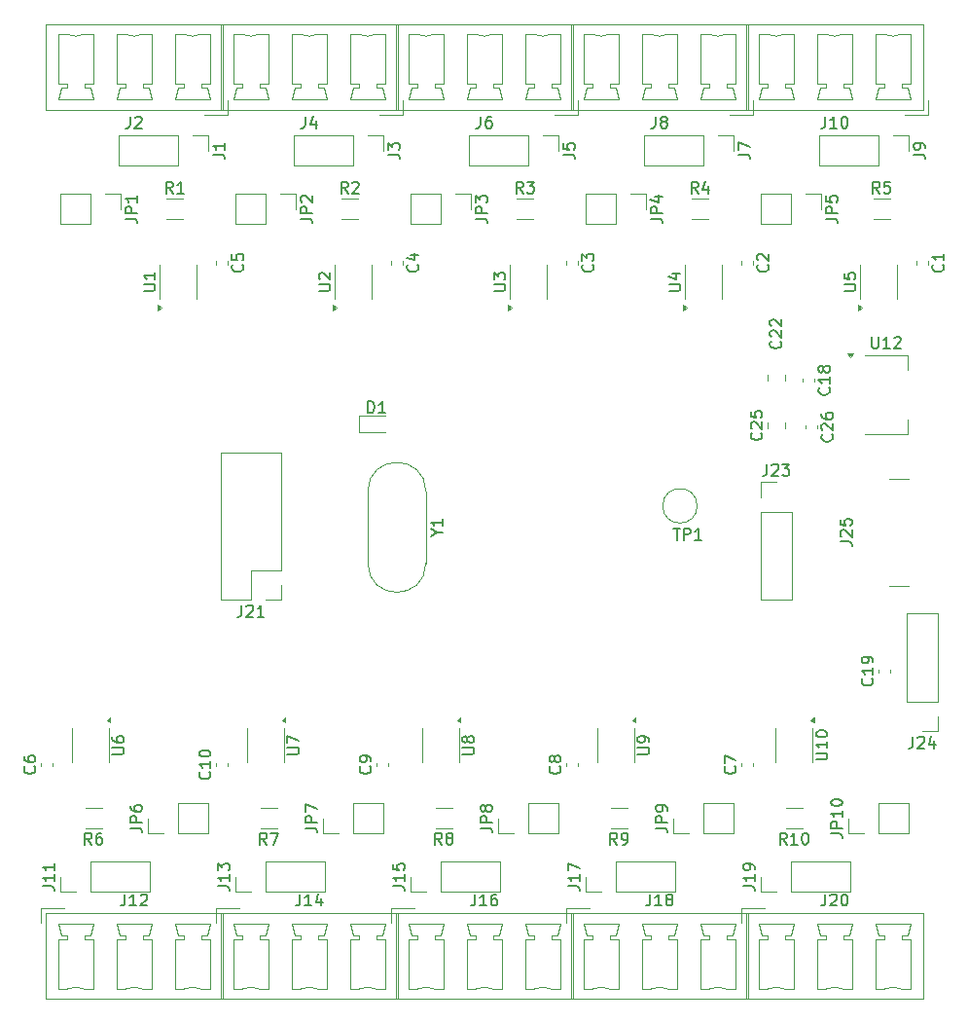
<source format=gbr>
%TF.GenerationSoftware,KiCad,Pcbnew,8.0.3*%
%TF.CreationDate,2024-06-21T15:52:04+03:00*%
%TF.ProjectId,pm,706d2e6b-6963-4616-945f-706362585858,rev?*%
%TF.SameCoordinates,Original*%
%TF.FileFunction,Legend,Top*%
%TF.FilePolarity,Positive*%
%FSLAX46Y46*%
G04 Gerber Fmt 4.6, Leading zero omitted, Abs format (unit mm)*
G04 Created by KiCad (PCBNEW 8.0.3) date 2024-06-21 15:52:04*
%MOMM*%
%LPD*%
G01*
G04 APERTURE LIST*
%ADD10C,0.150000*%
%ADD11C,0.120000*%
G04 APERTURE END LIST*
D10*
X120596095Y-91616819D02*
X121167523Y-91616819D01*
X120881809Y-92616819D02*
X120881809Y-91616819D01*
X121500857Y-92616819D02*
X121500857Y-91616819D01*
X121500857Y-91616819D02*
X121881809Y-91616819D01*
X121881809Y-91616819D02*
X121977047Y-91664438D01*
X121977047Y-91664438D02*
X122024666Y-91712057D01*
X122024666Y-91712057D02*
X122072285Y-91807295D01*
X122072285Y-91807295D02*
X122072285Y-91950152D01*
X122072285Y-91950152D02*
X122024666Y-92045390D01*
X122024666Y-92045390D02*
X121977047Y-92093009D01*
X121977047Y-92093009D02*
X121881809Y-92140628D01*
X121881809Y-92140628D02*
X121500857Y-92140628D01*
X123024666Y-92616819D02*
X122453238Y-92616819D01*
X122738952Y-92616819D02*
X122738952Y-91616819D01*
X122738952Y-91616819D02*
X122643714Y-91759676D01*
X122643714Y-91759676D02*
X122548476Y-91854914D01*
X122548476Y-91854914D02*
X122453238Y-91902533D01*
X83010476Y-98304819D02*
X83010476Y-99019104D01*
X83010476Y-99019104D02*
X82962857Y-99161961D01*
X82962857Y-99161961D02*
X82867619Y-99257200D01*
X82867619Y-99257200D02*
X82724762Y-99304819D01*
X82724762Y-99304819D02*
X82629524Y-99304819D01*
X83439048Y-98400057D02*
X83486667Y-98352438D01*
X83486667Y-98352438D02*
X83581905Y-98304819D01*
X83581905Y-98304819D02*
X83820000Y-98304819D01*
X83820000Y-98304819D02*
X83915238Y-98352438D01*
X83915238Y-98352438D02*
X83962857Y-98400057D01*
X83962857Y-98400057D02*
X84010476Y-98495295D01*
X84010476Y-98495295D02*
X84010476Y-98590533D01*
X84010476Y-98590533D02*
X83962857Y-98733390D01*
X83962857Y-98733390D02*
X83391429Y-99304819D01*
X83391429Y-99304819D02*
X84010476Y-99304819D01*
X84962857Y-99304819D02*
X84391429Y-99304819D01*
X84677143Y-99304819D02*
X84677143Y-98304819D01*
X84677143Y-98304819D02*
X84581905Y-98447676D01*
X84581905Y-98447676D02*
X84486667Y-98542914D01*
X84486667Y-98542914D02*
X84391429Y-98590533D01*
X94003905Y-81574819D02*
X94003905Y-80574819D01*
X94003905Y-80574819D02*
X94242000Y-80574819D01*
X94242000Y-80574819D02*
X94384857Y-80622438D01*
X94384857Y-80622438D02*
X94480095Y-80717676D01*
X94480095Y-80717676D02*
X94527714Y-80812914D01*
X94527714Y-80812914D02*
X94575333Y-81003390D01*
X94575333Y-81003390D02*
X94575333Y-81146247D01*
X94575333Y-81146247D02*
X94527714Y-81336723D01*
X94527714Y-81336723D02*
X94480095Y-81431961D01*
X94480095Y-81431961D02*
X94384857Y-81527200D01*
X94384857Y-81527200D02*
X94242000Y-81574819D01*
X94242000Y-81574819D02*
X94003905Y-81574819D01*
X95527714Y-81574819D02*
X94956286Y-81574819D01*
X95242000Y-81574819D02*
X95242000Y-80574819D01*
X95242000Y-80574819D02*
X95146762Y-80717676D01*
X95146762Y-80717676D02*
X95051524Y-80812914D01*
X95051524Y-80812914D02*
X94956286Y-80860533D01*
X100023628Y-92006190D02*
X100499819Y-92006190D01*
X99499819Y-92339523D02*
X100023628Y-92006190D01*
X100023628Y-92006190D02*
X99499819Y-91672857D01*
X100499819Y-90815714D02*
X100499819Y-91387142D01*
X100499819Y-91101428D02*
X99499819Y-91101428D01*
X99499819Y-91101428D02*
X99642676Y-91196666D01*
X99642676Y-91196666D02*
X99737914Y-91291904D01*
X99737914Y-91291904D02*
X99785533Y-91387142D01*
X137851905Y-74964819D02*
X137851905Y-75774342D01*
X137851905Y-75774342D02*
X137899524Y-75869580D01*
X137899524Y-75869580D02*
X137947143Y-75917200D01*
X137947143Y-75917200D02*
X138042381Y-75964819D01*
X138042381Y-75964819D02*
X138232857Y-75964819D01*
X138232857Y-75964819D02*
X138328095Y-75917200D01*
X138328095Y-75917200D02*
X138375714Y-75869580D01*
X138375714Y-75869580D02*
X138423333Y-75774342D01*
X138423333Y-75774342D02*
X138423333Y-74964819D01*
X139423333Y-75964819D02*
X138851905Y-75964819D01*
X139137619Y-75964819D02*
X139137619Y-74964819D01*
X139137619Y-74964819D02*
X139042381Y-75107676D01*
X139042381Y-75107676D02*
X138947143Y-75202914D01*
X138947143Y-75202914D02*
X138851905Y-75250533D01*
X139804286Y-75060057D02*
X139851905Y-75012438D01*
X139851905Y-75012438D02*
X139947143Y-74964819D01*
X139947143Y-74964819D02*
X140185238Y-74964819D01*
X140185238Y-74964819D02*
X140280476Y-75012438D01*
X140280476Y-75012438D02*
X140328095Y-75060057D01*
X140328095Y-75060057D02*
X140375714Y-75155295D01*
X140375714Y-75155295D02*
X140375714Y-75250533D01*
X140375714Y-75250533D02*
X140328095Y-75393390D01*
X140328095Y-75393390D02*
X139756667Y-75964819D01*
X139756667Y-75964819D02*
X140375714Y-75964819D01*
X134377580Y-83446857D02*
X134425200Y-83494476D01*
X134425200Y-83494476D02*
X134472819Y-83637333D01*
X134472819Y-83637333D02*
X134472819Y-83732571D01*
X134472819Y-83732571D02*
X134425200Y-83875428D01*
X134425200Y-83875428D02*
X134329961Y-83970666D01*
X134329961Y-83970666D02*
X134234723Y-84018285D01*
X134234723Y-84018285D02*
X134044247Y-84065904D01*
X134044247Y-84065904D02*
X133901390Y-84065904D01*
X133901390Y-84065904D02*
X133710914Y-84018285D01*
X133710914Y-84018285D02*
X133615676Y-83970666D01*
X133615676Y-83970666D02*
X133520438Y-83875428D01*
X133520438Y-83875428D02*
X133472819Y-83732571D01*
X133472819Y-83732571D02*
X133472819Y-83637333D01*
X133472819Y-83637333D02*
X133520438Y-83494476D01*
X133520438Y-83494476D02*
X133568057Y-83446857D01*
X133568057Y-83065904D02*
X133520438Y-83018285D01*
X133520438Y-83018285D02*
X133472819Y-82923047D01*
X133472819Y-82923047D02*
X133472819Y-82684952D01*
X133472819Y-82684952D02*
X133520438Y-82589714D01*
X133520438Y-82589714D02*
X133568057Y-82542095D01*
X133568057Y-82542095D02*
X133663295Y-82494476D01*
X133663295Y-82494476D02*
X133758533Y-82494476D01*
X133758533Y-82494476D02*
X133901390Y-82542095D01*
X133901390Y-82542095D02*
X134472819Y-83113523D01*
X134472819Y-83113523D02*
X134472819Y-82494476D01*
X133472819Y-81637333D02*
X133472819Y-81827809D01*
X133472819Y-81827809D02*
X133520438Y-81923047D01*
X133520438Y-81923047D02*
X133568057Y-81970666D01*
X133568057Y-81970666D02*
X133710914Y-82065904D01*
X133710914Y-82065904D02*
X133901390Y-82113523D01*
X133901390Y-82113523D02*
X134282342Y-82113523D01*
X134282342Y-82113523D02*
X134377580Y-82065904D01*
X134377580Y-82065904D02*
X134425200Y-82018285D01*
X134425200Y-82018285D02*
X134472819Y-81923047D01*
X134472819Y-81923047D02*
X134472819Y-81732571D01*
X134472819Y-81732571D02*
X134425200Y-81637333D01*
X134425200Y-81637333D02*
X134377580Y-81589714D01*
X134377580Y-81589714D02*
X134282342Y-81542095D01*
X134282342Y-81542095D02*
X134044247Y-81542095D01*
X134044247Y-81542095D02*
X133949009Y-81589714D01*
X133949009Y-81589714D02*
X133901390Y-81637333D01*
X133901390Y-81637333D02*
X133853771Y-81732571D01*
X133853771Y-81732571D02*
X133853771Y-81923047D01*
X133853771Y-81923047D02*
X133901390Y-82018285D01*
X133901390Y-82018285D02*
X133949009Y-82065904D01*
X133949009Y-82065904D02*
X134044247Y-82113523D01*
X128219580Y-83317857D02*
X128267200Y-83365476D01*
X128267200Y-83365476D02*
X128314819Y-83508333D01*
X128314819Y-83508333D02*
X128314819Y-83603571D01*
X128314819Y-83603571D02*
X128267200Y-83746428D01*
X128267200Y-83746428D02*
X128171961Y-83841666D01*
X128171961Y-83841666D02*
X128076723Y-83889285D01*
X128076723Y-83889285D02*
X127886247Y-83936904D01*
X127886247Y-83936904D02*
X127743390Y-83936904D01*
X127743390Y-83936904D02*
X127552914Y-83889285D01*
X127552914Y-83889285D02*
X127457676Y-83841666D01*
X127457676Y-83841666D02*
X127362438Y-83746428D01*
X127362438Y-83746428D02*
X127314819Y-83603571D01*
X127314819Y-83603571D02*
X127314819Y-83508333D01*
X127314819Y-83508333D02*
X127362438Y-83365476D01*
X127362438Y-83365476D02*
X127410057Y-83317857D01*
X127410057Y-82936904D02*
X127362438Y-82889285D01*
X127362438Y-82889285D02*
X127314819Y-82794047D01*
X127314819Y-82794047D02*
X127314819Y-82555952D01*
X127314819Y-82555952D02*
X127362438Y-82460714D01*
X127362438Y-82460714D02*
X127410057Y-82413095D01*
X127410057Y-82413095D02*
X127505295Y-82365476D01*
X127505295Y-82365476D02*
X127600533Y-82365476D01*
X127600533Y-82365476D02*
X127743390Y-82413095D01*
X127743390Y-82413095D02*
X128314819Y-82984523D01*
X128314819Y-82984523D02*
X128314819Y-82365476D01*
X127314819Y-81460714D02*
X127314819Y-81936904D01*
X127314819Y-81936904D02*
X127791009Y-81984523D01*
X127791009Y-81984523D02*
X127743390Y-81936904D01*
X127743390Y-81936904D02*
X127695771Y-81841666D01*
X127695771Y-81841666D02*
X127695771Y-81603571D01*
X127695771Y-81603571D02*
X127743390Y-81508333D01*
X127743390Y-81508333D02*
X127791009Y-81460714D01*
X127791009Y-81460714D02*
X127886247Y-81413095D01*
X127886247Y-81413095D02*
X128124342Y-81413095D01*
X128124342Y-81413095D02*
X128219580Y-81460714D01*
X128219580Y-81460714D02*
X128267200Y-81508333D01*
X128267200Y-81508333D02*
X128314819Y-81603571D01*
X128314819Y-81603571D02*
X128314819Y-81841666D01*
X128314819Y-81841666D02*
X128267200Y-81936904D01*
X128267200Y-81936904D02*
X128219580Y-81984523D01*
X83069580Y-68679166D02*
X83117200Y-68726785D01*
X83117200Y-68726785D02*
X83164819Y-68869642D01*
X83164819Y-68869642D02*
X83164819Y-68964880D01*
X83164819Y-68964880D02*
X83117200Y-69107737D01*
X83117200Y-69107737D02*
X83021961Y-69202975D01*
X83021961Y-69202975D02*
X82926723Y-69250594D01*
X82926723Y-69250594D02*
X82736247Y-69298213D01*
X82736247Y-69298213D02*
X82593390Y-69298213D01*
X82593390Y-69298213D02*
X82402914Y-69250594D01*
X82402914Y-69250594D02*
X82307676Y-69202975D01*
X82307676Y-69202975D02*
X82212438Y-69107737D01*
X82212438Y-69107737D02*
X82164819Y-68964880D01*
X82164819Y-68964880D02*
X82164819Y-68869642D01*
X82164819Y-68869642D02*
X82212438Y-68726785D01*
X82212438Y-68726785D02*
X82260057Y-68679166D01*
X82164819Y-67774404D02*
X82164819Y-68250594D01*
X82164819Y-68250594D02*
X82641009Y-68298213D01*
X82641009Y-68298213D02*
X82593390Y-68250594D01*
X82593390Y-68250594D02*
X82545771Y-68155356D01*
X82545771Y-68155356D02*
X82545771Y-67917261D01*
X82545771Y-67917261D02*
X82593390Y-67822023D01*
X82593390Y-67822023D02*
X82641009Y-67774404D01*
X82641009Y-67774404D02*
X82736247Y-67726785D01*
X82736247Y-67726785D02*
X82974342Y-67726785D01*
X82974342Y-67726785D02*
X83069580Y-67774404D01*
X83069580Y-67774404D02*
X83117200Y-67822023D01*
X83117200Y-67822023D02*
X83164819Y-67917261D01*
X83164819Y-67917261D02*
X83164819Y-68155356D01*
X83164819Y-68155356D02*
X83117200Y-68250594D01*
X83117200Y-68250594D02*
X83069580Y-68298213D01*
X110689580Y-112334166D02*
X110737200Y-112381785D01*
X110737200Y-112381785D02*
X110784819Y-112524642D01*
X110784819Y-112524642D02*
X110784819Y-112619880D01*
X110784819Y-112619880D02*
X110737200Y-112762737D01*
X110737200Y-112762737D02*
X110641961Y-112857975D01*
X110641961Y-112857975D02*
X110546723Y-112905594D01*
X110546723Y-112905594D02*
X110356247Y-112953213D01*
X110356247Y-112953213D02*
X110213390Y-112953213D01*
X110213390Y-112953213D02*
X110022914Y-112905594D01*
X110022914Y-112905594D02*
X109927676Y-112857975D01*
X109927676Y-112857975D02*
X109832438Y-112762737D01*
X109832438Y-112762737D02*
X109784819Y-112619880D01*
X109784819Y-112619880D02*
X109784819Y-112524642D01*
X109784819Y-112524642D02*
X109832438Y-112381785D01*
X109832438Y-112381785D02*
X109880057Y-112334166D01*
X110213390Y-111762737D02*
X110165771Y-111857975D01*
X110165771Y-111857975D02*
X110118152Y-111905594D01*
X110118152Y-111905594D02*
X110022914Y-111953213D01*
X110022914Y-111953213D02*
X109975295Y-111953213D01*
X109975295Y-111953213D02*
X109880057Y-111905594D01*
X109880057Y-111905594D02*
X109832438Y-111857975D01*
X109832438Y-111857975D02*
X109784819Y-111762737D01*
X109784819Y-111762737D02*
X109784819Y-111572261D01*
X109784819Y-111572261D02*
X109832438Y-111477023D01*
X109832438Y-111477023D02*
X109880057Y-111429404D01*
X109880057Y-111429404D02*
X109975295Y-111381785D01*
X109975295Y-111381785D02*
X110022914Y-111381785D01*
X110022914Y-111381785D02*
X110118152Y-111429404D01*
X110118152Y-111429404D02*
X110165771Y-111477023D01*
X110165771Y-111477023D02*
X110213390Y-111572261D01*
X110213390Y-111572261D02*
X110213390Y-111762737D01*
X110213390Y-111762737D02*
X110261009Y-111857975D01*
X110261009Y-111857975D02*
X110308628Y-111905594D01*
X110308628Y-111905594D02*
X110403866Y-111953213D01*
X110403866Y-111953213D02*
X110594342Y-111953213D01*
X110594342Y-111953213D02*
X110689580Y-111905594D01*
X110689580Y-111905594D02*
X110737200Y-111857975D01*
X110737200Y-111857975D02*
X110784819Y-111762737D01*
X110784819Y-111762737D02*
X110784819Y-111572261D01*
X110784819Y-111572261D02*
X110737200Y-111477023D01*
X110737200Y-111477023D02*
X110689580Y-111429404D01*
X110689580Y-111429404D02*
X110594342Y-111381785D01*
X110594342Y-111381785D02*
X110403866Y-111381785D01*
X110403866Y-111381785D02*
X110308628Y-111429404D01*
X110308628Y-111429404D02*
X110261009Y-111477023D01*
X110261009Y-111477023D02*
X110213390Y-111572261D01*
X120194819Y-70951904D02*
X121004342Y-70951904D01*
X121004342Y-70951904D02*
X121099580Y-70904285D01*
X121099580Y-70904285D02*
X121147200Y-70856666D01*
X121147200Y-70856666D02*
X121194819Y-70761428D01*
X121194819Y-70761428D02*
X121194819Y-70570952D01*
X121194819Y-70570952D02*
X121147200Y-70475714D01*
X121147200Y-70475714D02*
X121099580Y-70428095D01*
X121099580Y-70428095D02*
X121004342Y-70380476D01*
X121004342Y-70380476D02*
X120194819Y-70380476D01*
X120528152Y-69475714D02*
X121194819Y-69475714D01*
X120147200Y-69713809D02*
X120861485Y-69951904D01*
X120861485Y-69951904D02*
X120861485Y-69332857D01*
X134123580Y-79382857D02*
X134171200Y-79430476D01*
X134171200Y-79430476D02*
X134218819Y-79573333D01*
X134218819Y-79573333D02*
X134218819Y-79668571D01*
X134218819Y-79668571D02*
X134171200Y-79811428D01*
X134171200Y-79811428D02*
X134075961Y-79906666D01*
X134075961Y-79906666D02*
X133980723Y-79954285D01*
X133980723Y-79954285D02*
X133790247Y-80001904D01*
X133790247Y-80001904D02*
X133647390Y-80001904D01*
X133647390Y-80001904D02*
X133456914Y-79954285D01*
X133456914Y-79954285D02*
X133361676Y-79906666D01*
X133361676Y-79906666D02*
X133266438Y-79811428D01*
X133266438Y-79811428D02*
X133218819Y-79668571D01*
X133218819Y-79668571D02*
X133218819Y-79573333D01*
X133218819Y-79573333D02*
X133266438Y-79430476D01*
X133266438Y-79430476D02*
X133314057Y-79382857D01*
X134218819Y-78430476D02*
X134218819Y-79001904D01*
X134218819Y-78716190D02*
X133218819Y-78716190D01*
X133218819Y-78716190D02*
X133361676Y-78811428D01*
X133361676Y-78811428D02*
X133456914Y-78906666D01*
X133456914Y-78906666D02*
X133504533Y-79001904D01*
X133647390Y-77859047D02*
X133599771Y-77954285D01*
X133599771Y-77954285D02*
X133552152Y-78001904D01*
X133552152Y-78001904D02*
X133456914Y-78049523D01*
X133456914Y-78049523D02*
X133409295Y-78049523D01*
X133409295Y-78049523D02*
X133314057Y-78001904D01*
X133314057Y-78001904D02*
X133266438Y-77954285D01*
X133266438Y-77954285D02*
X133218819Y-77859047D01*
X133218819Y-77859047D02*
X133218819Y-77668571D01*
X133218819Y-77668571D02*
X133266438Y-77573333D01*
X133266438Y-77573333D02*
X133314057Y-77525714D01*
X133314057Y-77525714D02*
X133409295Y-77478095D01*
X133409295Y-77478095D02*
X133456914Y-77478095D01*
X133456914Y-77478095D02*
X133552152Y-77525714D01*
X133552152Y-77525714D02*
X133599771Y-77573333D01*
X133599771Y-77573333D02*
X133647390Y-77668571D01*
X133647390Y-77668571D02*
X133647390Y-77859047D01*
X133647390Y-77859047D02*
X133695009Y-77954285D01*
X133695009Y-77954285D02*
X133742628Y-78001904D01*
X133742628Y-78001904D02*
X133837866Y-78049523D01*
X133837866Y-78049523D02*
X134028342Y-78049523D01*
X134028342Y-78049523D02*
X134123580Y-78001904D01*
X134123580Y-78001904D02*
X134171200Y-77954285D01*
X134171200Y-77954285D02*
X134218819Y-77859047D01*
X134218819Y-77859047D02*
X134218819Y-77668571D01*
X134218819Y-77668571D02*
X134171200Y-77573333D01*
X134171200Y-77573333D02*
X134123580Y-77525714D01*
X134123580Y-77525714D02*
X134028342Y-77478095D01*
X134028342Y-77478095D02*
X133837866Y-77478095D01*
X133837866Y-77478095D02*
X133742628Y-77525714D01*
X133742628Y-77525714D02*
X133695009Y-77573333D01*
X133695009Y-77573333D02*
X133647390Y-77668571D01*
X144029580Y-68679166D02*
X144077200Y-68726785D01*
X144077200Y-68726785D02*
X144124819Y-68869642D01*
X144124819Y-68869642D02*
X144124819Y-68964880D01*
X144124819Y-68964880D02*
X144077200Y-69107737D01*
X144077200Y-69107737D02*
X143981961Y-69202975D01*
X143981961Y-69202975D02*
X143886723Y-69250594D01*
X143886723Y-69250594D02*
X143696247Y-69298213D01*
X143696247Y-69298213D02*
X143553390Y-69298213D01*
X143553390Y-69298213D02*
X143362914Y-69250594D01*
X143362914Y-69250594D02*
X143267676Y-69202975D01*
X143267676Y-69202975D02*
X143172438Y-69107737D01*
X143172438Y-69107737D02*
X143124819Y-68964880D01*
X143124819Y-68964880D02*
X143124819Y-68869642D01*
X143124819Y-68869642D02*
X143172438Y-68726785D01*
X143172438Y-68726785D02*
X143220057Y-68679166D01*
X144124819Y-67726785D02*
X144124819Y-68298213D01*
X144124819Y-68012499D02*
X143124819Y-68012499D01*
X143124819Y-68012499D02*
X143267676Y-68107737D01*
X143267676Y-68107737D02*
X143362914Y-68202975D01*
X143362914Y-68202975D02*
X143410533Y-68298213D01*
X88090476Y-123444819D02*
X88090476Y-124159104D01*
X88090476Y-124159104D02*
X88042857Y-124301961D01*
X88042857Y-124301961D02*
X87947619Y-124397200D01*
X87947619Y-124397200D02*
X87804762Y-124444819D01*
X87804762Y-124444819D02*
X87709524Y-124444819D01*
X89090476Y-124444819D02*
X88519048Y-124444819D01*
X88804762Y-124444819D02*
X88804762Y-123444819D01*
X88804762Y-123444819D02*
X88709524Y-123587676D01*
X88709524Y-123587676D02*
X88614286Y-123682914D01*
X88614286Y-123682914D02*
X88519048Y-123730533D01*
X89947619Y-123778152D02*
X89947619Y-124444819D01*
X89709524Y-123397200D02*
X89471429Y-124111485D01*
X89471429Y-124111485D02*
X90090476Y-124111485D01*
X119046666Y-55804819D02*
X119046666Y-56519104D01*
X119046666Y-56519104D02*
X118999047Y-56661961D01*
X118999047Y-56661961D02*
X118903809Y-56757200D01*
X118903809Y-56757200D02*
X118760952Y-56804819D01*
X118760952Y-56804819D02*
X118665714Y-56804819D01*
X119665714Y-56233390D02*
X119570476Y-56185771D01*
X119570476Y-56185771D02*
X119522857Y-56138152D01*
X119522857Y-56138152D02*
X119475238Y-56042914D01*
X119475238Y-56042914D02*
X119475238Y-55995295D01*
X119475238Y-55995295D02*
X119522857Y-55900057D01*
X119522857Y-55900057D02*
X119570476Y-55852438D01*
X119570476Y-55852438D02*
X119665714Y-55804819D01*
X119665714Y-55804819D02*
X119856190Y-55804819D01*
X119856190Y-55804819D02*
X119951428Y-55852438D01*
X119951428Y-55852438D02*
X119999047Y-55900057D01*
X119999047Y-55900057D02*
X120046666Y-55995295D01*
X120046666Y-55995295D02*
X120046666Y-56042914D01*
X120046666Y-56042914D02*
X119999047Y-56138152D01*
X119999047Y-56138152D02*
X119951428Y-56185771D01*
X119951428Y-56185771D02*
X119856190Y-56233390D01*
X119856190Y-56233390D02*
X119665714Y-56233390D01*
X119665714Y-56233390D02*
X119570476Y-56281009D01*
X119570476Y-56281009D02*
X119522857Y-56328628D01*
X119522857Y-56328628D02*
X119475238Y-56423866D01*
X119475238Y-56423866D02*
X119475238Y-56614342D01*
X119475238Y-56614342D02*
X119522857Y-56709580D01*
X119522857Y-56709580D02*
X119570476Y-56757200D01*
X119570476Y-56757200D02*
X119665714Y-56804819D01*
X119665714Y-56804819D02*
X119856190Y-56804819D01*
X119856190Y-56804819D02*
X119951428Y-56757200D01*
X119951428Y-56757200D02*
X119999047Y-56709580D01*
X119999047Y-56709580D02*
X120046666Y-56614342D01*
X120046666Y-56614342D02*
X120046666Y-56423866D01*
X120046666Y-56423866D02*
X119999047Y-56328628D01*
X119999047Y-56328628D02*
X119951428Y-56281009D01*
X119951428Y-56281009D02*
X119856190Y-56233390D01*
X125929580Y-112334166D02*
X125977200Y-112381785D01*
X125977200Y-112381785D02*
X126024819Y-112524642D01*
X126024819Y-112524642D02*
X126024819Y-112619880D01*
X126024819Y-112619880D02*
X125977200Y-112762737D01*
X125977200Y-112762737D02*
X125881961Y-112857975D01*
X125881961Y-112857975D02*
X125786723Y-112905594D01*
X125786723Y-112905594D02*
X125596247Y-112953213D01*
X125596247Y-112953213D02*
X125453390Y-112953213D01*
X125453390Y-112953213D02*
X125262914Y-112905594D01*
X125262914Y-112905594D02*
X125167676Y-112857975D01*
X125167676Y-112857975D02*
X125072438Y-112762737D01*
X125072438Y-112762737D02*
X125024819Y-112619880D01*
X125024819Y-112619880D02*
X125024819Y-112524642D01*
X125024819Y-112524642D02*
X125072438Y-112381785D01*
X125072438Y-112381785D02*
X125120057Y-112334166D01*
X125024819Y-112000832D02*
X125024819Y-111334166D01*
X125024819Y-111334166D02*
X126024819Y-111762737D01*
X103330476Y-123444819D02*
X103330476Y-124159104D01*
X103330476Y-124159104D02*
X103282857Y-124301961D01*
X103282857Y-124301961D02*
X103187619Y-124397200D01*
X103187619Y-124397200D02*
X103044762Y-124444819D01*
X103044762Y-124444819D02*
X102949524Y-124444819D01*
X104330476Y-124444819D02*
X103759048Y-124444819D01*
X104044762Y-124444819D02*
X104044762Y-123444819D01*
X104044762Y-123444819D02*
X103949524Y-123587676D01*
X103949524Y-123587676D02*
X103854286Y-123682914D01*
X103854286Y-123682914D02*
X103759048Y-123730533D01*
X105187619Y-123444819D02*
X104997143Y-123444819D01*
X104997143Y-123444819D02*
X104901905Y-123492438D01*
X104901905Y-123492438D02*
X104854286Y-123540057D01*
X104854286Y-123540057D02*
X104759048Y-123682914D01*
X104759048Y-123682914D02*
X104711429Y-123873390D01*
X104711429Y-123873390D02*
X104711429Y-124254342D01*
X104711429Y-124254342D02*
X104759048Y-124349580D01*
X104759048Y-124349580D02*
X104806667Y-124397200D01*
X104806667Y-124397200D02*
X104901905Y-124444819D01*
X104901905Y-124444819D02*
X105092381Y-124444819D01*
X105092381Y-124444819D02*
X105187619Y-124397200D01*
X105187619Y-124397200D02*
X105235238Y-124349580D01*
X105235238Y-124349580D02*
X105282857Y-124254342D01*
X105282857Y-124254342D02*
X105282857Y-124016247D01*
X105282857Y-124016247D02*
X105235238Y-123921009D01*
X105235238Y-123921009D02*
X105187619Y-123873390D01*
X105187619Y-123873390D02*
X105092381Y-123825771D01*
X105092381Y-123825771D02*
X104901905Y-123825771D01*
X104901905Y-123825771D02*
X104806667Y-123873390D01*
X104806667Y-123873390D02*
X104759048Y-123921009D01*
X104759048Y-123921009D02*
X104711429Y-124016247D01*
X88144819Y-64673333D02*
X88859104Y-64673333D01*
X88859104Y-64673333D02*
X89001961Y-64720952D01*
X89001961Y-64720952D02*
X89097200Y-64816190D01*
X89097200Y-64816190D02*
X89144819Y-64959047D01*
X89144819Y-64959047D02*
X89144819Y-65054285D01*
X89144819Y-64197142D02*
X88144819Y-64197142D01*
X88144819Y-64197142D02*
X88144819Y-63816190D01*
X88144819Y-63816190D02*
X88192438Y-63720952D01*
X88192438Y-63720952D02*
X88240057Y-63673333D01*
X88240057Y-63673333D02*
X88335295Y-63625714D01*
X88335295Y-63625714D02*
X88478152Y-63625714D01*
X88478152Y-63625714D02*
X88573390Y-63673333D01*
X88573390Y-63673333D02*
X88621009Y-63720952D01*
X88621009Y-63720952D02*
X88668628Y-63816190D01*
X88668628Y-63816190D02*
X88668628Y-64197142D01*
X88240057Y-63244761D02*
X88192438Y-63197142D01*
X88192438Y-63197142D02*
X88144819Y-63101904D01*
X88144819Y-63101904D02*
X88144819Y-62863809D01*
X88144819Y-62863809D02*
X88192438Y-62768571D01*
X88192438Y-62768571D02*
X88240057Y-62720952D01*
X88240057Y-62720952D02*
X88335295Y-62673333D01*
X88335295Y-62673333D02*
X88430533Y-62673333D01*
X88430533Y-62673333D02*
X88573390Y-62720952D01*
X88573390Y-62720952D02*
X89144819Y-63292380D01*
X89144819Y-63292380D02*
X89144819Y-62673333D01*
X88564819Y-117673333D02*
X89279104Y-117673333D01*
X89279104Y-117673333D02*
X89421961Y-117720952D01*
X89421961Y-117720952D02*
X89517200Y-117816190D01*
X89517200Y-117816190D02*
X89564819Y-117959047D01*
X89564819Y-117959047D02*
X89564819Y-118054285D01*
X89564819Y-117197142D02*
X88564819Y-117197142D01*
X88564819Y-117197142D02*
X88564819Y-116816190D01*
X88564819Y-116816190D02*
X88612438Y-116720952D01*
X88612438Y-116720952D02*
X88660057Y-116673333D01*
X88660057Y-116673333D02*
X88755295Y-116625714D01*
X88755295Y-116625714D02*
X88898152Y-116625714D01*
X88898152Y-116625714D02*
X88993390Y-116673333D01*
X88993390Y-116673333D02*
X89041009Y-116720952D01*
X89041009Y-116720952D02*
X89088628Y-116816190D01*
X89088628Y-116816190D02*
X89088628Y-117197142D01*
X88564819Y-116292380D02*
X88564819Y-115625714D01*
X88564819Y-115625714D02*
X89564819Y-116054285D01*
X137867580Y-104682357D02*
X137915200Y-104729976D01*
X137915200Y-104729976D02*
X137962819Y-104872833D01*
X137962819Y-104872833D02*
X137962819Y-104968071D01*
X137962819Y-104968071D02*
X137915200Y-105110928D01*
X137915200Y-105110928D02*
X137819961Y-105206166D01*
X137819961Y-105206166D02*
X137724723Y-105253785D01*
X137724723Y-105253785D02*
X137534247Y-105301404D01*
X137534247Y-105301404D02*
X137391390Y-105301404D01*
X137391390Y-105301404D02*
X137200914Y-105253785D01*
X137200914Y-105253785D02*
X137105676Y-105206166D01*
X137105676Y-105206166D02*
X137010438Y-105110928D01*
X137010438Y-105110928D02*
X136962819Y-104968071D01*
X136962819Y-104968071D02*
X136962819Y-104872833D01*
X136962819Y-104872833D02*
X137010438Y-104729976D01*
X137010438Y-104729976D02*
X137058057Y-104682357D01*
X137962819Y-103729976D02*
X137962819Y-104301404D01*
X137962819Y-104015690D02*
X136962819Y-104015690D01*
X136962819Y-104015690D02*
X137105676Y-104110928D01*
X137105676Y-104110928D02*
X137200914Y-104206166D01*
X137200914Y-104206166D02*
X137248533Y-104301404D01*
X137962819Y-103253785D02*
X137962819Y-103063309D01*
X137962819Y-103063309D02*
X137915200Y-102968071D01*
X137915200Y-102968071D02*
X137867580Y-102920452D01*
X137867580Y-102920452D02*
X137724723Y-102825214D01*
X137724723Y-102825214D02*
X137534247Y-102777595D01*
X137534247Y-102777595D02*
X137153295Y-102777595D01*
X137153295Y-102777595D02*
X137058057Y-102825214D01*
X137058057Y-102825214D02*
X137010438Y-102872833D01*
X137010438Y-102872833D02*
X136962819Y-102968071D01*
X136962819Y-102968071D02*
X136962819Y-103158547D01*
X136962819Y-103158547D02*
X137010438Y-103253785D01*
X137010438Y-103253785D02*
X137058057Y-103301404D01*
X137058057Y-103301404D02*
X137153295Y-103349023D01*
X137153295Y-103349023D02*
X137391390Y-103349023D01*
X137391390Y-103349023D02*
X137486628Y-103301404D01*
X137486628Y-103301404D02*
X137534247Y-103253785D01*
X137534247Y-103253785D02*
X137581866Y-103158547D01*
X137581866Y-103158547D02*
X137581866Y-102968071D01*
X137581866Y-102968071D02*
X137534247Y-102872833D01*
X137534247Y-102872833D02*
X137486628Y-102825214D01*
X137486628Y-102825214D02*
X137391390Y-102777595D01*
X103384819Y-64673333D02*
X104099104Y-64673333D01*
X104099104Y-64673333D02*
X104241961Y-64720952D01*
X104241961Y-64720952D02*
X104337200Y-64816190D01*
X104337200Y-64816190D02*
X104384819Y-64959047D01*
X104384819Y-64959047D02*
X104384819Y-65054285D01*
X104384819Y-64197142D02*
X103384819Y-64197142D01*
X103384819Y-64197142D02*
X103384819Y-63816190D01*
X103384819Y-63816190D02*
X103432438Y-63720952D01*
X103432438Y-63720952D02*
X103480057Y-63673333D01*
X103480057Y-63673333D02*
X103575295Y-63625714D01*
X103575295Y-63625714D02*
X103718152Y-63625714D01*
X103718152Y-63625714D02*
X103813390Y-63673333D01*
X103813390Y-63673333D02*
X103861009Y-63720952D01*
X103861009Y-63720952D02*
X103908628Y-63816190D01*
X103908628Y-63816190D02*
X103908628Y-64197142D01*
X103384819Y-63292380D02*
X103384819Y-62673333D01*
X103384819Y-62673333D02*
X103765771Y-63006666D01*
X103765771Y-63006666D02*
X103765771Y-62863809D01*
X103765771Y-62863809D02*
X103813390Y-62768571D01*
X103813390Y-62768571D02*
X103861009Y-62720952D01*
X103861009Y-62720952D02*
X103956247Y-62673333D01*
X103956247Y-62673333D02*
X104194342Y-62673333D01*
X104194342Y-62673333D02*
X104289580Y-62720952D01*
X104289580Y-62720952D02*
X104337200Y-62768571D01*
X104337200Y-62768571D02*
X104384819Y-62863809D01*
X104384819Y-62863809D02*
X104384819Y-63149523D01*
X104384819Y-63149523D02*
X104337200Y-63244761D01*
X104337200Y-63244761D02*
X104289580Y-63292380D01*
X115683333Y-119114819D02*
X115350000Y-118638628D01*
X115111905Y-119114819D02*
X115111905Y-118114819D01*
X115111905Y-118114819D02*
X115492857Y-118114819D01*
X115492857Y-118114819D02*
X115588095Y-118162438D01*
X115588095Y-118162438D02*
X115635714Y-118210057D01*
X115635714Y-118210057D02*
X115683333Y-118305295D01*
X115683333Y-118305295D02*
X115683333Y-118448152D01*
X115683333Y-118448152D02*
X115635714Y-118543390D01*
X115635714Y-118543390D02*
X115588095Y-118591009D01*
X115588095Y-118591009D02*
X115492857Y-118638628D01*
X115492857Y-118638628D02*
X115111905Y-118638628D01*
X116159524Y-119114819D02*
X116350000Y-119114819D01*
X116350000Y-119114819D02*
X116445238Y-119067200D01*
X116445238Y-119067200D02*
X116492857Y-119019580D01*
X116492857Y-119019580D02*
X116588095Y-118876723D01*
X116588095Y-118876723D02*
X116635714Y-118686247D01*
X116635714Y-118686247D02*
X116635714Y-118305295D01*
X116635714Y-118305295D02*
X116588095Y-118210057D01*
X116588095Y-118210057D02*
X116540476Y-118162438D01*
X116540476Y-118162438D02*
X116445238Y-118114819D01*
X116445238Y-118114819D02*
X116254762Y-118114819D01*
X116254762Y-118114819D02*
X116159524Y-118162438D01*
X116159524Y-118162438D02*
X116111905Y-118210057D01*
X116111905Y-118210057D02*
X116064286Y-118305295D01*
X116064286Y-118305295D02*
X116064286Y-118543390D01*
X116064286Y-118543390D02*
X116111905Y-118638628D01*
X116111905Y-118638628D02*
X116159524Y-118686247D01*
X116159524Y-118686247D02*
X116254762Y-118733866D01*
X116254762Y-118733866D02*
X116445238Y-118733866D01*
X116445238Y-118733866D02*
X116540476Y-118686247D01*
X116540476Y-118686247D02*
X116588095Y-118638628D01*
X116588095Y-118638628D02*
X116635714Y-118543390D01*
X104954819Y-70951904D02*
X105764342Y-70951904D01*
X105764342Y-70951904D02*
X105859580Y-70904285D01*
X105859580Y-70904285D02*
X105907200Y-70856666D01*
X105907200Y-70856666D02*
X105954819Y-70761428D01*
X105954819Y-70761428D02*
X105954819Y-70570952D01*
X105954819Y-70570952D02*
X105907200Y-70475714D01*
X105907200Y-70475714D02*
X105859580Y-70428095D01*
X105859580Y-70428095D02*
X105764342Y-70380476D01*
X105764342Y-70380476D02*
X104954819Y-70380476D01*
X104954819Y-69999523D02*
X104954819Y-69380476D01*
X104954819Y-69380476D02*
X105335771Y-69713809D01*
X105335771Y-69713809D02*
X105335771Y-69570952D01*
X105335771Y-69570952D02*
X105383390Y-69475714D01*
X105383390Y-69475714D02*
X105431009Y-69428095D01*
X105431009Y-69428095D02*
X105526247Y-69380476D01*
X105526247Y-69380476D02*
X105764342Y-69380476D01*
X105764342Y-69380476D02*
X105859580Y-69428095D01*
X105859580Y-69428095D02*
X105907200Y-69475714D01*
X105907200Y-69475714D02*
X105954819Y-69570952D01*
X105954819Y-69570952D02*
X105954819Y-69856666D01*
X105954819Y-69856666D02*
X105907200Y-69951904D01*
X105907200Y-69951904D02*
X105859580Y-69999523D01*
X72904819Y-64673333D02*
X73619104Y-64673333D01*
X73619104Y-64673333D02*
X73761961Y-64720952D01*
X73761961Y-64720952D02*
X73857200Y-64816190D01*
X73857200Y-64816190D02*
X73904819Y-64959047D01*
X73904819Y-64959047D02*
X73904819Y-65054285D01*
X73904819Y-64197142D02*
X72904819Y-64197142D01*
X72904819Y-64197142D02*
X72904819Y-63816190D01*
X72904819Y-63816190D02*
X72952438Y-63720952D01*
X72952438Y-63720952D02*
X73000057Y-63673333D01*
X73000057Y-63673333D02*
X73095295Y-63625714D01*
X73095295Y-63625714D02*
X73238152Y-63625714D01*
X73238152Y-63625714D02*
X73333390Y-63673333D01*
X73333390Y-63673333D02*
X73381009Y-63720952D01*
X73381009Y-63720952D02*
X73428628Y-63816190D01*
X73428628Y-63816190D02*
X73428628Y-64197142D01*
X73904819Y-62673333D02*
X73904819Y-63244761D01*
X73904819Y-62959047D02*
X72904819Y-62959047D01*
X72904819Y-62959047D02*
X73047676Y-63054285D01*
X73047676Y-63054285D02*
X73142914Y-63149523D01*
X73142914Y-63149523D02*
X73190533Y-63244761D01*
X102234819Y-111251904D02*
X103044342Y-111251904D01*
X103044342Y-111251904D02*
X103139580Y-111204285D01*
X103139580Y-111204285D02*
X103187200Y-111156666D01*
X103187200Y-111156666D02*
X103234819Y-111061428D01*
X103234819Y-111061428D02*
X103234819Y-110870952D01*
X103234819Y-110870952D02*
X103187200Y-110775714D01*
X103187200Y-110775714D02*
X103139580Y-110728095D01*
X103139580Y-110728095D02*
X103044342Y-110680476D01*
X103044342Y-110680476D02*
X102234819Y-110680476D01*
X102663390Y-110061428D02*
X102615771Y-110156666D01*
X102615771Y-110156666D02*
X102568152Y-110204285D01*
X102568152Y-110204285D02*
X102472914Y-110251904D01*
X102472914Y-110251904D02*
X102425295Y-110251904D01*
X102425295Y-110251904D02*
X102330057Y-110204285D01*
X102330057Y-110204285D02*
X102282438Y-110156666D01*
X102282438Y-110156666D02*
X102234819Y-110061428D01*
X102234819Y-110061428D02*
X102234819Y-109870952D01*
X102234819Y-109870952D02*
X102282438Y-109775714D01*
X102282438Y-109775714D02*
X102330057Y-109728095D01*
X102330057Y-109728095D02*
X102425295Y-109680476D01*
X102425295Y-109680476D02*
X102472914Y-109680476D01*
X102472914Y-109680476D02*
X102568152Y-109728095D01*
X102568152Y-109728095D02*
X102615771Y-109775714D01*
X102615771Y-109775714D02*
X102663390Y-109870952D01*
X102663390Y-109870952D02*
X102663390Y-110061428D01*
X102663390Y-110061428D02*
X102711009Y-110156666D01*
X102711009Y-110156666D02*
X102758628Y-110204285D01*
X102758628Y-110204285D02*
X102853866Y-110251904D01*
X102853866Y-110251904D02*
X103044342Y-110251904D01*
X103044342Y-110251904D02*
X103139580Y-110204285D01*
X103139580Y-110204285D02*
X103187200Y-110156666D01*
X103187200Y-110156666D02*
X103234819Y-110061428D01*
X103234819Y-110061428D02*
X103234819Y-109870952D01*
X103234819Y-109870952D02*
X103187200Y-109775714D01*
X103187200Y-109775714D02*
X103139580Y-109728095D01*
X103139580Y-109728095D02*
X103044342Y-109680476D01*
X103044342Y-109680476D02*
X102853866Y-109680476D01*
X102853866Y-109680476D02*
X102758628Y-109728095D01*
X102758628Y-109728095D02*
X102711009Y-109775714D01*
X102711009Y-109775714D02*
X102663390Y-109870952D01*
X69963333Y-119114819D02*
X69630000Y-118638628D01*
X69391905Y-119114819D02*
X69391905Y-118114819D01*
X69391905Y-118114819D02*
X69772857Y-118114819D01*
X69772857Y-118114819D02*
X69868095Y-118162438D01*
X69868095Y-118162438D02*
X69915714Y-118210057D01*
X69915714Y-118210057D02*
X69963333Y-118305295D01*
X69963333Y-118305295D02*
X69963333Y-118448152D01*
X69963333Y-118448152D02*
X69915714Y-118543390D01*
X69915714Y-118543390D02*
X69868095Y-118591009D01*
X69868095Y-118591009D02*
X69772857Y-118638628D01*
X69772857Y-118638628D02*
X69391905Y-118638628D01*
X70820476Y-118114819D02*
X70630000Y-118114819D01*
X70630000Y-118114819D02*
X70534762Y-118162438D01*
X70534762Y-118162438D02*
X70487143Y-118210057D01*
X70487143Y-118210057D02*
X70391905Y-118352914D01*
X70391905Y-118352914D02*
X70344286Y-118543390D01*
X70344286Y-118543390D02*
X70344286Y-118924342D01*
X70344286Y-118924342D02*
X70391905Y-119019580D01*
X70391905Y-119019580D02*
X70439524Y-119067200D01*
X70439524Y-119067200D02*
X70534762Y-119114819D01*
X70534762Y-119114819D02*
X70725238Y-119114819D01*
X70725238Y-119114819D02*
X70820476Y-119067200D01*
X70820476Y-119067200D02*
X70868095Y-119019580D01*
X70868095Y-119019580D02*
X70915714Y-118924342D01*
X70915714Y-118924342D02*
X70915714Y-118686247D01*
X70915714Y-118686247D02*
X70868095Y-118591009D01*
X70868095Y-118591009D02*
X70820476Y-118543390D01*
X70820476Y-118543390D02*
X70725238Y-118495771D01*
X70725238Y-118495771D02*
X70534762Y-118495771D01*
X70534762Y-118495771D02*
X70439524Y-118543390D01*
X70439524Y-118543390D02*
X70391905Y-118591009D01*
X70391905Y-118591009D02*
X70344286Y-118686247D01*
X122743333Y-62474819D02*
X122410000Y-61998628D01*
X122171905Y-62474819D02*
X122171905Y-61474819D01*
X122171905Y-61474819D02*
X122552857Y-61474819D01*
X122552857Y-61474819D02*
X122648095Y-61522438D01*
X122648095Y-61522438D02*
X122695714Y-61570057D01*
X122695714Y-61570057D02*
X122743333Y-61665295D01*
X122743333Y-61665295D02*
X122743333Y-61808152D01*
X122743333Y-61808152D02*
X122695714Y-61903390D01*
X122695714Y-61903390D02*
X122648095Y-61951009D01*
X122648095Y-61951009D02*
X122552857Y-61998628D01*
X122552857Y-61998628D02*
X122171905Y-61998628D01*
X123600476Y-61808152D02*
X123600476Y-62474819D01*
X123362381Y-61427200D02*
X123124286Y-62141485D01*
X123124286Y-62141485D02*
X123743333Y-62141485D01*
X73326666Y-55804819D02*
X73326666Y-56519104D01*
X73326666Y-56519104D02*
X73279047Y-56661961D01*
X73279047Y-56661961D02*
X73183809Y-56757200D01*
X73183809Y-56757200D02*
X73040952Y-56804819D01*
X73040952Y-56804819D02*
X72945714Y-56804819D01*
X73755238Y-55900057D02*
X73802857Y-55852438D01*
X73802857Y-55852438D02*
X73898095Y-55804819D01*
X73898095Y-55804819D02*
X74136190Y-55804819D01*
X74136190Y-55804819D02*
X74231428Y-55852438D01*
X74231428Y-55852438D02*
X74279047Y-55900057D01*
X74279047Y-55900057D02*
X74326666Y-55995295D01*
X74326666Y-55995295D02*
X74326666Y-56090533D01*
X74326666Y-56090533D02*
X74279047Y-56233390D01*
X74279047Y-56233390D02*
X73707619Y-56804819D01*
X73707619Y-56804819D02*
X74326666Y-56804819D01*
X103806666Y-55804819D02*
X103806666Y-56519104D01*
X103806666Y-56519104D02*
X103759047Y-56661961D01*
X103759047Y-56661961D02*
X103663809Y-56757200D01*
X103663809Y-56757200D02*
X103520952Y-56804819D01*
X103520952Y-56804819D02*
X103425714Y-56804819D01*
X104711428Y-55804819D02*
X104520952Y-55804819D01*
X104520952Y-55804819D02*
X104425714Y-55852438D01*
X104425714Y-55852438D02*
X104378095Y-55900057D01*
X104378095Y-55900057D02*
X104282857Y-56042914D01*
X104282857Y-56042914D02*
X104235238Y-56233390D01*
X104235238Y-56233390D02*
X104235238Y-56614342D01*
X104235238Y-56614342D02*
X104282857Y-56709580D01*
X104282857Y-56709580D02*
X104330476Y-56757200D01*
X104330476Y-56757200D02*
X104425714Y-56804819D01*
X104425714Y-56804819D02*
X104616190Y-56804819D01*
X104616190Y-56804819D02*
X104711428Y-56757200D01*
X104711428Y-56757200D02*
X104759047Y-56709580D01*
X104759047Y-56709580D02*
X104806666Y-56614342D01*
X104806666Y-56614342D02*
X104806666Y-56376247D01*
X104806666Y-56376247D02*
X104759047Y-56281009D01*
X104759047Y-56281009D02*
X104711428Y-56233390D01*
X104711428Y-56233390D02*
X104616190Y-56185771D01*
X104616190Y-56185771D02*
X104425714Y-56185771D01*
X104425714Y-56185771D02*
X104330476Y-56233390D01*
X104330476Y-56233390D02*
X104282857Y-56281009D01*
X104282857Y-56281009D02*
X104235238Y-56376247D01*
X126664819Y-122729523D02*
X127379104Y-122729523D01*
X127379104Y-122729523D02*
X127521961Y-122777142D01*
X127521961Y-122777142D02*
X127617200Y-122872380D01*
X127617200Y-122872380D02*
X127664819Y-123015237D01*
X127664819Y-123015237D02*
X127664819Y-123110475D01*
X127664819Y-121729523D02*
X127664819Y-122300951D01*
X127664819Y-122015237D02*
X126664819Y-122015237D01*
X126664819Y-122015237D02*
X126807676Y-122110475D01*
X126807676Y-122110475D02*
X126902914Y-122205713D01*
X126902914Y-122205713D02*
X126950533Y-122300951D01*
X127664819Y-121253332D02*
X127664819Y-121062856D01*
X127664819Y-121062856D02*
X127617200Y-120967618D01*
X127617200Y-120967618D02*
X127569580Y-120919999D01*
X127569580Y-120919999D02*
X127426723Y-120824761D01*
X127426723Y-120824761D02*
X127236247Y-120777142D01*
X127236247Y-120777142D02*
X126855295Y-120777142D01*
X126855295Y-120777142D02*
X126760057Y-120824761D01*
X126760057Y-120824761D02*
X126712438Y-120872380D01*
X126712438Y-120872380D02*
X126664819Y-120967618D01*
X126664819Y-120967618D02*
X126664819Y-121158094D01*
X126664819Y-121158094D02*
X126712438Y-121253332D01*
X126712438Y-121253332D02*
X126760057Y-121300951D01*
X126760057Y-121300951D02*
X126855295Y-121348570D01*
X126855295Y-121348570D02*
X127093390Y-121348570D01*
X127093390Y-121348570D02*
X127188628Y-121300951D01*
X127188628Y-121300951D02*
X127236247Y-121253332D01*
X127236247Y-121253332D02*
X127283866Y-121158094D01*
X127283866Y-121158094D02*
X127283866Y-120967618D01*
X127283866Y-120967618D02*
X127236247Y-120872380D01*
X127236247Y-120872380D02*
X127188628Y-120824761D01*
X127188628Y-120824761D02*
X127093390Y-120777142D01*
X80209580Y-112810357D02*
X80257200Y-112857976D01*
X80257200Y-112857976D02*
X80304819Y-113000833D01*
X80304819Y-113000833D02*
X80304819Y-113096071D01*
X80304819Y-113096071D02*
X80257200Y-113238928D01*
X80257200Y-113238928D02*
X80161961Y-113334166D01*
X80161961Y-113334166D02*
X80066723Y-113381785D01*
X80066723Y-113381785D02*
X79876247Y-113429404D01*
X79876247Y-113429404D02*
X79733390Y-113429404D01*
X79733390Y-113429404D02*
X79542914Y-113381785D01*
X79542914Y-113381785D02*
X79447676Y-113334166D01*
X79447676Y-113334166D02*
X79352438Y-113238928D01*
X79352438Y-113238928D02*
X79304819Y-113096071D01*
X79304819Y-113096071D02*
X79304819Y-113000833D01*
X79304819Y-113000833D02*
X79352438Y-112857976D01*
X79352438Y-112857976D02*
X79400057Y-112810357D01*
X80304819Y-111857976D02*
X80304819Y-112429404D01*
X80304819Y-112143690D02*
X79304819Y-112143690D01*
X79304819Y-112143690D02*
X79447676Y-112238928D01*
X79447676Y-112238928D02*
X79542914Y-112334166D01*
X79542914Y-112334166D02*
X79590533Y-112429404D01*
X79304819Y-111238928D02*
X79304819Y-111143690D01*
X79304819Y-111143690D02*
X79352438Y-111048452D01*
X79352438Y-111048452D02*
X79400057Y-111000833D01*
X79400057Y-111000833D02*
X79495295Y-110953214D01*
X79495295Y-110953214D02*
X79685771Y-110905595D01*
X79685771Y-110905595D02*
X79923866Y-110905595D01*
X79923866Y-110905595D02*
X80114342Y-110953214D01*
X80114342Y-110953214D02*
X80209580Y-111000833D01*
X80209580Y-111000833D02*
X80257200Y-111048452D01*
X80257200Y-111048452D02*
X80304819Y-111143690D01*
X80304819Y-111143690D02*
X80304819Y-111238928D01*
X80304819Y-111238928D02*
X80257200Y-111334166D01*
X80257200Y-111334166D02*
X80209580Y-111381785D01*
X80209580Y-111381785D02*
X80114342Y-111429404D01*
X80114342Y-111429404D02*
X79923866Y-111477023D01*
X79923866Y-111477023D02*
X79685771Y-111477023D01*
X79685771Y-111477023D02*
X79495295Y-111429404D01*
X79495295Y-111429404D02*
X79400057Y-111381785D01*
X79400057Y-111381785D02*
X79352438Y-111334166D01*
X79352438Y-111334166D02*
X79304819Y-111238928D01*
X88566666Y-55804819D02*
X88566666Y-56519104D01*
X88566666Y-56519104D02*
X88519047Y-56661961D01*
X88519047Y-56661961D02*
X88423809Y-56757200D01*
X88423809Y-56757200D02*
X88280952Y-56804819D01*
X88280952Y-56804819D02*
X88185714Y-56804819D01*
X89471428Y-56138152D02*
X89471428Y-56804819D01*
X89233333Y-55757200D02*
X88995238Y-56471485D01*
X88995238Y-56471485D02*
X89614285Y-56471485D01*
X100443333Y-119114819D02*
X100110000Y-118638628D01*
X99871905Y-119114819D02*
X99871905Y-118114819D01*
X99871905Y-118114819D02*
X100252857Y-118114819D01*
X100252857Y-118114819D02*
X100348095Y-118162438D01*
X100348095Y-118162438D02*
X100395714Y-118210057D01*
X100395714Y-118210057D02*
X100443333Y-118305295D01*
X100443333Y-118305295D02*
X100443333Y-118448152D01*
X100443333Y-118448152D02*
X100395714Y-118543390D01*
X100395714Y-118543390D02*
X100348095Y-118591009D01*
X100348095Y-118591009D02*
X100252857Y-118638628D01*
X100252857Y-118638628D02*
X99871905Y-118638628D01*
X101014762Y-118543390D02*
X100919524Y-118495771D01*
X100919524Y-118495771D02*
X100871905Y-118448152D01*
X100871905Y-118448152D02*
X100824286Y-118352914D01*
X100824286Y-118352914D02*
X100824286Y-118305295D01*
X100824286Y-118305295D02*
X100871905Y-118210057D01*
X100871905Y-118210057D02*
X100919524Y-118162438D01*
X100919524Y-118162438D02*
X101014762Y-118114819D01*
X101014762Y-118114819D02*
X101205238Y-118114819D01*
X101205238Y-118114819D02*
X101300476Y-118162438D01*
X101300476Y-118162438D02*
X101348095Y-118210057D01*
X101348095Y-118210057D02*
X101395714Y-118305295D01*
X101395714Y-118305295D02*
X101395714Y-118352914D01*
X101395714Y-118352914D02*
X101348095Y-118448152D01*
X101348095Y-118448152D02*
X101300476Y-118495771D01*
X101300476Y-118495771D02*
X101205238Y-118543390D01*
X101205238Y-118543390D02*
X101014762Y-118543390D01*
X101014762Y-118543390D02*
X100919524Y-118591009D01*
X100919524Y-118591009D02*
X100871905Y-118638628D01*
X100871905Y-118638628D02*
X100824286Y-118733866D01*
X100824286Y-118733866D02*
X100824286Y-118924342D01*
X100824286Y-118924342D02*
X100871905Y-119019580D01*
X100871905Y-119019580D02*
X100919524Y-119067200D01*
X100919524Y-119067200D02*
X101014762Y-119114819D01*
X101014762Y-119114819D02*
X101205238Y-119114819D01*
X101205238Y-119114819D02*
X101300476Y-119067200D01*
X101300476Y-119067200D02*
X101348095Y-119019580D01*
X101348095Y-119019580D02*
X101395714Y-118924342D01*
X101395714Y-118924342D02*
X101395714Y-118733866D01*
X101395714Y-118733866D02*
X101348095Y-118638628D01*
X101348095Y-118638628D02*
X101300476Y-118591009D01*
X101300476Y-118591009D02*
X101205238Y-118543390D01*
X92263333Y-62474819D02*
X91930000Y-61998628D01*
X91691905Y-62474819D02*
X91691905Y-61474819D01*
X91691905Y-61474819D02*
X92072857Y-61474819D01*
X92072857Y-61474819D02*
X92168095Y-61522438D01*
X92168095Y-61522438D02*
X92215714Y-61570057D01*
X92215714Y-61570057D02*
X92263333Y-61665295D01*
X92263333Y-61665295D02*
X92263333Y-61808152D01*
X92263333Y-61808152D02*
X92215714Y-61903390D01*
X92215714Y-61903390D02*
X92168095Y-61951009D01*
X92168095Y-61951009D02*
X92072857Y-61998628D01*
X92072857Y-61998628D02*
X91691905Y-61998628D01*
X92644286Y-61570057D02*
X92691905Y-61522438D01*
X92691905Y-61522438D02*
X92787143Y-61474819D01*
X92787143Y-61474819D02*
X93025238Y-61474819D01*
X93025238Y-61474819D02*
X93120476Y-61522438D01*
X93120476Y-61522438D02*
X93168095Y-61570057D01*
X93168095Y-61570057D02*
X93215714Y-61665295D01*
X93215714Y-61665295D02*
X93215714Y-61760533D01*
X93215714Y-61760533D02*
X93168095Y-61903390D01*
X93168095Y-61903390D02*
X92596667Y-62474819D01*
X92596667Y-62474819D02*
X93215714Y-62474819D01*
X113549580Y-68679166D02*
X113597200Y-68726785D01*
X113597200Y-68726785D02*
X113644819Y-68869642D01*
X113644819Y-68869642D02*
X113644819Y-68964880D01*
X113644819Y-68964880D02*
X113597200Y-69107737D01*
X113597200Y-69107737D02*
X113501961Y-69202975D01*
X113501961Y-69202975D02*
X113406723Y-69250594D01*
X113406723Y-69250594D02*
X113216247Y-69298213D01*
X113216247Y-69298213D02*
X113073390Y-69298213D01*
X113073390Y-69298213D02*
X112882914Y-69250594D01*
X112882914Y-69250594D02*
X112787676Y-69202975D01*
X112787676Y-69202975D02*
X112692438Y-69107737D01*
X112692438Y-69107737D02*
X112644819Y-68964880D01*
X112644819Y-68964880D02*
X112644819Y-68869642D01*
X112644819Y-68869642D02*
X112692438Y-68726785D01*
X112692438Y-68726785D02*
X112740057Y-68679166D01*
X112644819Y-68345832D02*
X112644819Y-67726785D01*
X112644819Y-67726785D02*
X113025771Y-68060118D01*
X113025771Y-68060118D02*
X113025771Y-67917261D01*
X113025771Y-67917261D02*
X113073390Y-67822023D01*
X113073390Y-67822023D02*
X113121009Y-67774404D01*
X113121009Y-67774404D02*
X113216247Y-67726785D01*
X113216247Y-67726785D02*
X113454342Y-67726785D01*
X113454342Y-67726785D02*
X113549580Y-67774404D01*
X113549580Y-67774404D02*
X113597200Y-67822023D01*
X113597200Y-67822023D02*
X113644819Y-67917261D01*
X113644819Y-67917261D02*
X113644819Y-68202975D01*
X113644819Y-68202975D02*
X113597200Y-68298213D01*
X113597200Y-68298213D02*
X113549580Y-68345832D01*
X95764819Y-59093333D02*
X96479104Y-59093333D01*
X96479104Y-59093333D02*
X96621961Y-59140952D01*
X96621961Y-59140952D02*
X96717200Y-59236190D01*
X96717200Y-59236190D02*
X96764819Y-59379047D01*
X96764819Y-59379047D02*
X96764819Y-59474285D01*
X95764819Y-58712380D02*
X95764819Y-58093333D01*
X95764819Y-58093333D02*
X96145771Y-58426666D01*
X96145771Y-58426666D02*
X96145771Y-58283809D01*
X96145771Y-58283809D02*
X96193390Y-58188571D01*
X96193390Y-58188571D02*
X96241009Y-58140952D01*
X96241009Y-58140952D02*
X96336247Y-58093333D01*
X96336247Y-58093333D02*
X96574342Y-58093333D01*
X96574342Y-58093333D02*
X96669580Y-58140952D01*
X96669580Y-58140952D02*
X96717200Y-58188571D01*
X96717200Y-58188571D02*
X96764819Y-58283809D01*
X96764819Y-58283809D02*
X96764819Y-58569523D01*
X96764819Y-58569523D02*
X96717200Y-58664761D01*
X96717200Y-58664761D02*
X96669580Y-58712380D01*
X118624819Y-64673333D02*
X119339104Y-64673333D01*
X119339104Y-64673333D02*
X119481961Y-64720952D01*
X119481961Y-64720952D02*
X119577200Y-64816190D01*
X119577200Y-64816190D02*
X119624819Y-64959047D01*
X119624819Y-64959047D02*
X119624819Y-65054285D01*
X119624819Y-64197142D02*
X118624819Y-64197142D01*
X118624819Y-64197142D02*
X118624819Y-63816190D01*
X118624819Y-63816190D02*
X118672438Y-63720952D01*
X118672438Y-63720952D02*
X118720057Y-63673333D01*
X118720057Y-63673333D02*
X118815295Y-63625714D01*
X118815295Y-63625714D02*
X118958152Y-63625714D01*
X118958152Y-63625714D02*
X119053390Y-63673333D01*
X119053390Y-63673333D02*
X119101009Y-63720952D01*
X119101009Y-63720952D02*
X119148628Y-63816190D01*
X119148628Y-63816190D02*
X119148628Y-64197142D01*
X118958152Y-62768571D02*
X119624819Y-62768571D01*
X118577200Y-63006666D02*
X119291485Y-63244761D01*
X119291485Y-63244761D02*
X119291485Y-62625714D01*
X135434819Y-70951904D02*
X136244342Y-70951904D01*
X136244342Y-70951904D02*
X136339580Y-70904285D01*
X136339580Y-70904285D02*
X136387200Y-70856666D01*
X136387200Y-70856666D02*
X136434819Y-70761428D01*
X136434819Y-70761428D02*
X136434819Y-70570952D01*
X136434819Y-70570952D02*
X136387200Y-70475714D01*
X136387200Y-70475714D02*
X136339580Y-70428095D01*
X136339580Y-70428095D02*
X136244342Y-70380476D01*
X136244342Y-70380476D02*
X135434819Y-70380476D01*
X135434819Y-69428095D02*
X135434819Y-69904285D01*
X135434819Y-69904285D02*
X135911009Y-69951904D01*
X135911009Y-69951904D02*
X135863390Y-69904285D01*
X135863390Y-69904285D02*
X135815771Y-69809047D01*
X135815771Y-69809047D02*
X135815771Y-69570952D01*
X135815771Y-69570952D02*
X135863390Y-69475714D01*
X135863390Y-69475714D02*
X135911009Y-69428095D01*
X135911009Y-69428095D02*
X136006247Y-69380476D01*
X136006247Y-69380476D02*
X136244342Y-69380476D01*
X136244342Y-69380476D02*
X136339580Y-69428095D01*
X136339580Y-69428095D02*
X136387200Y-69475714D01*
X136387200Y-69475714D02*
X136434819Y-69570952D01*
X136434819Y-69570952D02*
X136434819Y-69809047D01*
X136434819Y-69809047D02*
X136387200Y-69904285D01*
X136387200Y-69904285D02*
X136339580Y-69951904D01*
X138543333Y-62474819D02*
X138210000Y-61998628D01*
X137971905Y-62474819D02*
X137971905Y-61474819D01*
X137971905Y-61474819D02*
X138352857Y-61474819D01*
X138352857Y-61474819D02*
X138448095Y-61522438D01*
X138448095Y-61522438D02*
X138495714Y-61570057D01*
X138495714Y-61570057D02*
X138543333Y-61665295D01*
X138543333Y-61665295D02*
X138543333Y-61808152D01*
X138543333Y-61808152D02*
X138495714Y-61903390D01*
X138495714Y-61903390D02*
X138448095Y-61951009D01*
X138448095Y-61951009D02*
X138352857Y-61998628D01*
X138352857Y-61998628D02*
X137971905Y-61998628D01*
X139448095Y-61474819D02*
X138971905Y-61474819D01*
X138971905Y-61474819D02*
X138924286Y-61951009D01*
X138924286Y-61951009D02*
X138971905Y-61903390D01*
X138971905Y-61903390D02*
X139067143Y-61855771D01*
X139067143Y-61855771D02*
X139305238Y-61855771D01*
X139305238Y-61855771D02*
X139400476Y-61903390D01*
X139400476Y-61903390D02*
X139448095Y-61951009D01*
X139448095Y-61951009D02*
X139495714Y-62046247D01*
X139495714Y-62046247D02*
X139495714Y-62284342D01*
X139495714Y-62284342D02*
X139448095Y-62379580D01*
X139448095Y-62379580D02*
X139400476Y-62427200D01*
X139400476Y-62427200D02*
X139305238Y-62474819D01*
X139305238Y-62474819D02*
X139067143Y-62474819D01*
X139067143Y-62474819D02*
X138971905Y-62427200D01*
X138971905Y-62427200D02*
X138924286Y-62379580D01*
X86994819Y-111251904D02*
X87804342Y-111251904D01*
X87804342Y-111251904D02*
X87899580Y-111204285D01*
X87899580Y-111204285D02*
X87947200Y-111156666D01*
X87947200Y-111156666D02*
X87994819Y-111061428D01*
X87994819Y-111061428D02*
X87994819Y-110870952D01*
X87994819Y-110870952D02*
X87947200Y-110775714D01*
X87947200Y-110775714D02*
X87899580Y-110728095D01*
X87899580Y-110728095D02*
X87804342Y-110680476D01*
X87804342Y-110680476D02*
X86994819Y-110680476D01*
X86994819Y-110299523D02*
X86994819Y-109632857D01*
X86994819Y-109632857D02*
X87994819Y-110061428D01*
X133864819Y-64673333D02*
X134579104Y-64673333D01*
X134579104Y-64673333D02*
X134721961Y-64720952D01*
X134721961Y-64720952D02*
X134817200Y-64816190D01*
X134817200Y-64816190D02*
X134864819Y-64959047D01*
X134864819Y-64959047D02*
X134864819Y-65054285D01*
X134864819Y-64197142D02*
X133864819Y-64197142D01*
X133864819Y-64197142D02*
X133864819Y-63816190D01*
X133864819Y-63816190D02*
X133912438Y-63720952D01*
X133912438Y-63720952D02*
X133960057Y-63673333D01*
X133960057Y-63673333D02*
X134055295Y-63625714D01*
X134055295Y-63625714D02*
X134198152Y-63625714D01*
X134198152Y-63625714D02*
X134293390Y-63673333D01*
X134293390Y-63673333D02*
X134341009Y-63720952D01*
X134341009Y-63720952D02*
X134388628Y-63816190D01*
X134388628Y-63816190D02*
X134388628Y-64197142D01*
X133864819Y-62720952D02*
X133864819Y-63197142D01*
X133864819Y-63197142D02*
X134341009Y-63244761D01*
X134341009Y-63244761D02*
X134293390Y-63197142D01*
X134293390Y-63197142D02*
X134245771Y-63101904D01*
X134245771Y-63101904D02*
X134245771Y-62863809D01*
X134245771Y-62863809D02*
X134293390Y-62768571D01*
X134293390Y-62768571D02*
X134341009Y-62720952D01*
X134341009Y-62720952D02*
X134436247Y-62673333D01*
X134436247Y-62673333D02*
X134674342Y-62673333D01*
X134674342Y-62673333D02*
X134769580Y-62720952D01*
X134769580Y-62720952D02*
X134817200Y-62768571D01*
X134817200Y-62768571D02*
X134864819Y-62863809D01*
X134864819Y-62863809D02*
X134864819Y-63101904D01*
X134864819Y-63101904D02*
X134817200Y-63197142D01*
X134817200Y-63197142D02*
X134769580Y-63244761D01*
X74474819Y-70951904D02*
X75284342Y-70951904D01*
X75284342Y-70951904D02*
X75379580Y-70904285D01*
X75379580Y-70904285D02*
X75427200Y-70856666D01*
X75427200Y-70856666D02*
X75474819Y-70761428D01*
X75474819Y-70761428D02*
X75474819Y-70570952D01*
X75474819Y-70570952D02*
X75427200Y-70475714D01*
X75427200Y-70475714D02*
X75379580Y-70428095D01*
X75379580Y-70428095D02*
X75284342Y-70380476D01*
X75284342Y-70380476D02*
X74474819Y-70380476D01*
X75474819Y-69380476D02*
X75474819Y-69951904D01*
X75474819Y-69666190D02*
X74474819Y-69666190D01*
X74474819Y-69666190D02*
X74617676Y-69761428D01*
X74617676Y-69761428D02*
X74712914Y-69856666D01*
X74712914Y-69856666D02*
X74760533Y-69951904D01*
X117474819Y-111251904D02*
X118284342Y-111251904D01*
X118284342Y-111251904D02*
X118379580Y-111204285D01*
X118379580Y-111204285D02*
X118427200Y-111156666D01*
X118427200Y-111156666D02*
X118474819Y-111061428D01*
X118474819Y-111061428D02*
X118474819Y-110870952D01*
X118474819Y-110870952D02*
X118427200Y-110775714D01*
X118427200Y-110775714D02*
X118379580Y-110728095D01*
X118379580Y-110728095D02*
X118284342Y-110680476D01*
X118284342Y-110680476D02*
X117474819Y-110680476D01*
X118474819Y-110156666D02*
X118474819Y-109966190D01*
X118474819Y-109966190D02*
X118427200Y-109870952D01*
X118427200Y-109870952D02*
X118379580Y-109823333D01*
X118379580Y-109823333D02*
X118236723Y-109728095D01*
X118236723Y-109728095D02*
X118046247Y-109680476D01*
X118046247Y-109680476D02*
X117665295Y-109680476D01*
X117665295Y-109680476D02*
X117570057Y-109728095D01*
X117570057Y-109728095D02*
X117522438Y-109775714D01*
X117522438Y-109775714D02*
X117474819Y-109870952D01*
X117474819Y-109870952D02*
X117474819Y-110061428D01*
X117474819Y-110061428D02*
X117522438Y-110156666D01*
X117522438Y-110156666D02*
X117570057Y-110204285D01*
X117570057Y-110204285D02*
X117665295Y-110251904D01*
X117665295Y-110251904D02*
X117903390Y-110251904D01*
X117903390Y-110251904D02*
X117998628Y-110204285D01*
X117998628Y-110204285D02*
X118046247Y-110156666D01*
X118046247Y-110156666D02*
X118093866Y-110061428D01*
X118093866Y-110061428D02*
X118093866Y-109870952D01*
X118093866Y-109870952D02*
X118046247Y-109775714D01*
X118046247Y-109775714D02*
X117998628Y-109728095D01*
X117998628Y-109728095D02*
X117903390Y-109680476D01*
X126244819Y-59093333D02*
X126959104Y-59093333D01*
X126959104Y-59093333D02*
X127101961Y-59140952D01*
X127101961Y-59140952D02*
X127197200Y-59236190D01*
X127197200Y-59236190D02*
X127244819Y-59379047D01*
X127244819Y-59379047D02*
X127244819Y-59474285D01*
X126244819Y-58712380D02*
X126244819Y-58045714D01*
X126244819Y-58045714D02*
X127244819Y-58474285D01*
X73324819Y-117673333D02*
X74039104Y-117673333D01*
X74039104Y-117673333D02*
X74181961Y-117720952D01*
X74181961Y-117720952D02*
X74277200Y-117816190D01*
X74277200Y-117816190D02*
X74324819Y-117959047D01*
X74324819Y-117959047D02*
X74324819Y-118054285D01*
X74324819Y-117197142D02*
X73324819Y-117197142D01*
X73324819Y-117197142D02*
X73324819Y-116816190D01*
X73324819Y-116816190D02*
X73372438Y-116720952D01*
X73372438Y-116720952D02*
X73420057Y-116673333D01*
X73420057Y-116673333D02*
X73515295Y-116625714D01*
X73515295Y-116625714D02*
X73658152Y-116625714D01*
X73658152Y-116625714D02*
X73753390Y-116673333D01*
X73753390Y-116673333D02*
X73801009Y-116720952D01*
X73801009Y-116720952D02*
X73848628Y-116816190D01*
X73848628Y-116816190D02*
X73848628Y-117197142D01*
X73324819Y-115768571D02*
X73324819Y-115959047D01*
X73324819Y-115959047D02*
X73372438Y-116054285D01*
X73372438Y-116054285D02*
X73420057Y-116101904D01*
X73420057Y-116101904D02*
X73562914Y-116197142D01*
X73562914Y-116197142D02*
X73753390Y-116244761D01*
X73753390Y-116244761D02*
X74134342Y-116244761D01*
X74134342Y-116244761D02*
X74229580Y-116197142D01*
X74229580Y-116197142D02*
X74277200Y-116149523D01*
X74277200Y-116149523D02*
X74324819Y-116054285D01*
X74324819Y-116054285D02*
X74324819Y-115863809D01*
X74324819Y-115863809D02*
X74277200Y-115768571D01*
X74277200Y-115768571D02*
X74229580Y-115720952D01*
X74229580Y-115720952D02*
X74134342Y-115673333D01*
X74134342Y-115673333D02*
X73896247Y-115673333D01*
X73896247Y-115673333D02*
X73801009Y-115720952D01*
X73801009Y-115720952D02*
X73753390Y-115768571D01*
X73753390Y-115768571D02*
X73705771Y-115863809D01*
X73705771Y-115863809D02*
X73705771Y-116054285D01*
X73705771Y-116054285D02*
X73753390Y-116149523D01*
X73753390Y-116149523D02*
X73801009Y-116197142D01*
X73801009Y-116197142D02*
X73896247Y-116244761D01*
X129899580Y-75340357D02*
X129947200Y-75387976D01*
X129947200Y-75387976D02*
X129994819Y-75530833D01*
X129994819Y-75530833D02*
X129994819Y-75626071D01*
X129994819Y-75626071D02*
X129947200Y-75768928D01*
X129947200Y-75768928D02*
X129851961Y-75864166D01*
X129851961Y-75864166D02*
X129756723Y-75911785D01*
X129756723Y-75911785D02*
X129566247Y-75959404D01*
X129566247Y-75959404D02*
X129423390Y-75959404D01*
X129423390Y-75959404D02*
X129232914Y-75911785D01*
X129232914Y-75911785D02*
X129137676Y-75864166D01*
X129137676Y-75864166D02*
X129042438Y-75768928D01*
X129042438Y-75768928D02*
X128994819Y-75626071D01*
X128994819Y-75626071D02*
X128994819Y-75530833D01*
X128994819Y-75530833D02*
X129042438Y-75387976D01*
X129042438Y-75387976D02*
X129090057Y-75340357D01*
X129090057Y-74959404D02*
X129042438Y-74911785D01*
X129042438Y-74911785D02*
X128994819Y-74816547D01*
X128994819Y-74816547D02*
X128994819Y-74578452D01*
X128994819Y-74578452D02*
X129042438Y-74483214D01*
X129042438Y-74483214D02*
X129090057Y-74435595D01*
X129090057Y-74435595D02*
X129185295Y-74387976D01*
X129185295Y-74387976D02*
X129280533Y-74387976D01*
X129280533Y-74387976D02*
X129423390Y-74435595D01*
X129423390Y-74435595D02*
X129994819Y-75007023D01*
X129994819Y-75007023D02*
X129994819Y-74387976D01*
X129090057Y-74007023D02*
X129042438Y-73959404D01*
X129042438Y-73959404D02*
X128994819Y-73864166D01*
X128994819Y-73864166D02*
X128994819Y-73626071D01*
X128994819Y-73626071D02*
X129042438Y-73530833D01*
X129042438Y-73530833D02*
X129090057Y-73483214D01*
X129090057Y-73483214D02*
X129185295Y-73435595D01*
X129185295Y-73435595D02*
X129280533Y-73435595D01*
X129280533Y-73435595D02*
X129423390Y-73483214D01*
X129423390Y-73483214D02*
X129994819Y-74054642D01*
X129994819Y-74054642D02*
X129994819Y-73435595D01*
X118570476Y-123444819D02*
X118570476Y-124159104D01*
X118570476Y-124159104D02*
X118522857Y-124301961D01*
X118522857Y-124301961D02*
X118427619Y-124397200D01*
X118427619Y-124397200D02*
X118284762Y-124444819D01*
X118284762Y-124444819D02*
X118189524Y-124444819D01*
X119570476Y-124444819D02*
X118999048Y-124444819D01*
X119284762Y-124444819D02*
X119284762Y-123444819D01*
X119284762Y-123444819D02*
X119189524Y-123587676D01*
X119189524Y-123587676D02*
X119094286Y-123682914D01*
X119094286Y-123682914D02*
X118999048Y-123730533D01*
X120141905Y-123873390D02*
X120046667Y-123825771D01*
X120046667Y-123825771D02*
X119999048Y-123778152D01*
X119999048Y-123778152D02*
X119951429Y-123682914D01*
X119951429Y-123682914D02*
X119951429Y-123635295D01*
X119951429Y-123635295D02*
X119999048Y-123540057D01*
X119999048Y-123540057D02*
X120046667Y-123492438D01*
X120046667Y-123492438D02*
X120141905Y-123444819D01*
X120141905Y-123444819D02*
X120332381Y-123444819D01*
X120332381Y-123444819D02*
X120427619Y-123492438D01*
X120427619Y-123492438D02*
X120475238Y-123540057D01*
X120475238Y-123540057D02*
X120522857Y-123635295D01*
X120522857Y-123635295D02*
X120522857Y-123682914D01*
X120522857Y-123682914D02*
X120475238Y-123778152D01*
X120475238Y-123778152D02*
X120427619Y-123825771D01*
X120427619Y-123825771D02*
X120332381Y-123873390D01*
X120332381Y-123873390D02*
X120141905Y-123873390D01*
X120141905Y-123873390D02*
X120046667Y-123921009D01*
X120046667Y-123921009D02*
X119999048Y-123968628D01*
X119999048Y-123968628D02*
X119951429Y-124063866D01*
X119951429Y-124063866D02*
X119951429Y-124254342D01*
X119951429Y-124254342D02*
X119999048Y-124349580D01*
X119999048Y-124349580D02*
X120046667Y-124397200D01*
X120046667Y-124397200D02*
X120141905Y-124444819D01*
X120141905Y-124444819D02*
X120332381Y-124444819D01*
X120332381Y-124444819D02*
X120427619Y-124397200D01*
X120427619Y-124397200D02*
X120475238Y-124349580D01*
X120475238Y-124349580D02*
X120522857Y-124254342D01*
X120522857Y-124254342D02*
X120522857Y-124063866D01*
X120522857Y-124063866D02*
X120475238Y-123968628D01*
X120475238Y-123968628D02*
X120427619Y-123921009D01*
X120427619Y-123921009D02*
X120332381Y-123873390D01*
X94179580Y-112334166D02*
X94227200Y-112381785D01*
X94227200Y-112381785D02*
X94274819Y-112524642D01*
X94274819Y-112524642D02*
X94274819Y-112619880D01*
X94274819Y-112619880D02*
X94227200Y-112762737D01*
X94227200Y-112762737D02*
X94131961Y-112857975D01*
X94131961Y-112857975D02*
X94036723Y-112905594D01*
X94036723Y-112905594D02*
X93846247Y-112953213D01*
X93846247Y-112953213D02*
X93703390Y-112953213D01*
X93703390Y-112953213D02*
X93512914Y-112905594D01*
X93512914Y-112905594D02*
X93417676Y-112857975D01*
X93417676Y-112857975D02*
X93322438Y-112762737D01*
X93322438Y-112762737D02*
X93274819Y-112619880D01*
X93274819Y-112619880D02*
X93274819Y-112524642D01*
X93274819Y-112524642D02*
X93322438Y-112381785D01*
X93322438Y-112381785D02*
X93370057Y-112334166D01*
X94274819Y-111857975D02*
X94274819Y-111667499D01*
X94274819Y-111667499D02*
X94227200Y-111572261D01*
X94227200Y-111572261D02*
X94179580Y-111524642D01*
X94179580Y-111524642D02*
X94036723Y-111429404D01*
X94036723Y-111429404D02*
X93846247Y-111381785D01*
X93846247Y-111381785D02*
X93465295Y-111381785D01*
X93465295Y-111381785D02*
X93370057Y-111429404D01*
X93370057Y-111429404D02*
X93322438Y-111477023D01*
X93322438Y-111477023D02*
X93274819Y-111572261D01*
X93274819Y-111572261D02*
X93274819Y-111762737D01*
X93274819Y-111762737D02*
X93322438Y-111857975D01*
X93322438Y-111857975D02*
X93370057Y-111905594D01*
X93370057Y-111905594D02*
X93465295Y-111953213D01*
X93465295Y-111953213D02*
X93703390Y-111953213D01*
X93703390Y-111953213D02*
X93798628Y-111905594D01*
X93798628Y-111905594D02*
X93846247Y-111857975D01*
X93846247Y-111857975D02*
X93893866Y-111762737D01*
X93893866Y-111762737D02*
X93893866Y-111572261D01*
X93893866Y-111572261D02*
X93846247Y-111477023D01*
X93846247Y-111477023D02*
X93798628Y-111429404D01*
X93798628Y-111429404D02*
X93703390Y-111381785D01*
X72850476Y-123444819D02*
X72850476Y-124159104D01*
X72850476Y-124159104D02*
X72802857Y-124301961D01*
X72802857Y-124301961D02*
X72707619Y-124397200D01*
X72707619Y-124397200D02*
X72564762Y-124444819D01*
X72564762Y-124444819D02*
X72469524Y-124444819D01*
X73850476Y-124444819D02*
X73279048Y-124444819D01*
X73564762Y-124444819D02*
X73564762Y-123444819D01*
X73564762Y-123444819D02*
X73469524Y-123587676D01*
X73469524Y-123587676D02*
X73374286Y-123682914D01*
X73374286Y-123682914D02*
X73279048Y-123730533D01*
X74231429Y-123540057D02*
X74279048Y-123492438D01*
X74279048Y-123492438D02*
X74374286Y-123444819D01*
X74374286Y-123444819D02*
X74612381Y-123444819D01*
X74612381Y-123444819D02*
X74707619Y-123492438D01*
X74707619Y-123492438D02*
X74755238Y-123540057D01*
X74755238Y-123540057D02*
X74802857Y-123635295D01*
X74802857Y-123635295D02*
X74802857Y-123730533D01*
X74802857Y-123730533D02*
X74755238Y-123873390D01*
X74755238Y-123873390D02*
X74183810Y-124444819D01*
X74183810Y-124444819D02*
X74802857Y-124444819D01*
X133810476Y-123444819D02*
X133810476Y-124159104D01*
X133810476Y-124159104D02*
X133762857Y-124301961D01*
X133762857Y-124301961D02*
X133667619Y-124397200D01*
X133667619Y-124397200D02*
X133524762Y-124444819D01*
X133524762Y-124444819D02*
X133429524Y-124444819D01*
X134239048Y-123540057D02*
X134286667Y-123492438D01*
X134286667Y-123492438D02*
X134381905Y-123444819D01*
X134381905Y-123444819D02*
X134620000Y-123444819D01*
X134620000Y-123444819D02*
X134715238Y-123492438D01*
X134715238Y-123492438D02*
X134762857Y-123540057D01*
X134762857Y-123540057D02*
X134810476Y-123635295D01*
X134810476Y-123635295D02*
X134810476Y-123730533D01*
X134810476Y-123730533D02*
X134762857Y-123873390D01*
X134762857Y-123873390D02*
X134191429Y-124444819D01*
X134191429Y-124444819D02*
X134810476Y-124444819D01*
X135429524Y-123444819D02*
X135524762Y-123444819D01*
X135524762Y-123444819D02*
X135620000Y-123492438D01*
X135620000Y-123492438D02*
X135667619Y-123540057D01*
X135667619Y-123540057D02*
X135715238Y-123635295D01*
X135715238Y-123635295D02*
X135762857Y-123825771D01*
X135762857Y-123825771D02*
X135762857Y-124063866D01*
X135762857Y-124063866D02*
X135715238Y-124254342D01*
X135715238Y-124254342D02*
X135667619Y-124349580D01*
X135667619Y-124349580D02*
X135620000Y-124397200D01*
X135620000Y-124397200D02*
X135524762Y-124444819D01*
X135524762Y-124444819D02*
X135429524Y-124444819D01*
X135429524Y-124444819D02*
X135334286Y-124397200D01*
X135334286Y-124397200D02*
X135286667Y-124349580D01*
X135286667Y-124349580D02*
X135239048Y-124254342D01*
X135239048Y-124254342D02*
X135191429Y-124063866D01*
X135191429Y-124063866D02*
X135191429Y-123825771D01*
X135191429Y-123825771D02*
X135239048Y-123635295D01*
X135239048Y-123635295D02*
X135286667Y-123540057D01*
X135286667Y-123540057D02*
X135334286Y-123492438D01*
X135334286Y-123492438D02*
X135429524Y-123444819D01*
X71754819Y-111251904D02*
X72564342Y-111251904D01*
X72564342Y-111251904D02*
X72659580Y-111204285D01*
X72659580Y-111204285D02*
X72707200Y-111156666D01*
X72707200Y-111156666D02*
X72754819Y-111061428D01*
X72754819Y-111061428D02*
X72754819Y-110870952D01*
X72754819Y-110870952D02*
X72707200Y-110775714D01*
X72707200Y-110775714D02*
X72659580Y-110728095D01*
X72659580Y-110728095D02*
X72564342Y-110680476D01*
X72564342Y-110680476D02*
X71754819Y-110680476D01*
X71754819Y-109775714D02*
X71754819Y-109966190D01*
X71754819Y-109966190D02*
X71802438Y-110061428D01*
X71802438Y-110061428D02*
X71850057Y-110109047D01*
X71850057Y-110109047D02*
X71992914Y-110204285D01*
X71992914Y-110204285D02*
X72183390Y-110251904D01*
X72183390Y-110251904D02*
X72564342Y-110251904D01*
X72564342Y-110251904D02*
X72659580Y-110204285D01*
X72659580Y-110204285D02*
X72707200Y-110156666D01*
X72707200Y-110156666D02*
X72754819Y-110061428D01*
X72754819Y-110061428D02*
X72754819Y-109870952D01*
X72754819Y-109870952D02*
X72707200Y-109775714D01*
X72707200Y-109775714D02*
X72659580Y-109728095D01*
X72659580Y-109728095D02*
X72564342Y-109680476D01*
X72564342Y-109680476D02*
X72326247Y-109680476D01*
X72326247Y-109680476D02*
X72231009Y-109728095D01*
X72231009Y-109728095D02*
X72183390Y-109775714D01*
X72183390Y-109775714D02*
X72135771Y-109870952D01*
X72135771Y-109870952D02*
X72135771Y-110061428D01*
X72135771Y-110061428D02*
X72183390Y-110156666D01*
X72183390Y-110156666D02*
X72231009Y-110204285D01*
X72231009Y-110204285D02*
X72326247Y-110251904D01*
X80524819Y-59093333D02*
X81239104Y-59093333D01*
X81239104Y-59093333D02*
X81381961Y-59140952D01*
X81381961Y-59140952D02*
X81477200Y-59236190D01*
X81477200Y-59236190D02*
X81524819Y-59379047D01*
X81524819Y-59379047D02*
X81524819Y-59474285D01*
X81524819Y-58093333D02*
X81524819Y-58664761D01*
X81524819Y-58379047D02*
X80524819Y-58379047D01*
X80524819Y-58379047D02*
X80667676Y-58474285D01*
X80667676Y-58474285D02*
X80762914Y-58569523D01*
X80762914Y-58569523D02*
X80810533Y-58664761D01*
X119044819Y-117673333D02*
X119759104Y-117673333D01*
X119759104Y-117673333D02*
X119901961Y-117720952D01*
X119901961Y-117720952D02*
X119997200Y-117816190D01*
X119997200Y-117816190D02*
X120044819Y-117959047D01*
X120044819Y-117959047D02*
X120044819Y-118054285D01*
X120044819Y-117197142D02*
X119044819Y-117197142D01*
X119044819Y-117197142D02*
X119044819Y-116816190D01*
X119044819Y-116816190D02*
X119092438Y-116720952D01*
X119092438Y-116720952D02*
X119140057Y-116673333D01*
X119140057Y-116673333D02*
X119235295Y-116625714D01*
X119235295Y-116625714D02*
X119378152Y-116625714D01*
X119378152Y-116625714D02*
X119473390Y-116673333D01*
X119473390Y-116673333D02*
X119521009Y-116720952D01*
X119521009Y-116720952D02*
X119568628Y-116816190D01*
X119568628Y-116816190D02*
X119568628Y-117197142D01*
X120044819Y-116149523D02*
X120044819Y-115959047D01*
X120044819Y-115959047D02*
X119997200Y-115863809D01*
X119997200Y-115863809D02*
X119949580Y-115816190D01*
X119949580Y-115816190D02*
X119806723Y-115720952D01*
X119806723Y-115720952D02*
X119616247Y-115673333D01*
X119616247Y-115673333D02*
X119235295Y-115673333D01*
X119235295Y-115673333D02*
X119140057Y-115720952D01*
X119140057Y-115720952D02*
X119092438Y-115768571D01*
X119092438Y-115768571D02*
X119044819Y-115863809D01*
X119044819Y-115863809D02*
X119044819Y-116054285D01*
X119044819Y-116054285D02*
X119092438Y-116149523D01*
X119092438Y-116149523D02*
X119140057Y-116197142D01*
X119140057Y-116197142D02*
X119235295Y-116244761D01*
X119235295Y-116244761D02*
X119473390Y-116244761D01*
X119473390Y-116244761D02*
X119568628Y-116197142D01*
X119568628Y-116197142D02*
X119616247Y-116149523D01*
X119616247Y-116149523D02*
X119663866Y-116054285D01*
X119663866Y-116054285D02*
X119663866Y-115863809D01*
X119663866Y-115863809D02*
X119616247Y-115768571D01*
X119616247Y-115768571D02*
X119568628Y-115720952D01*
X119568628Y-115720952D02*
X119473390Y-115673333D01*
X134284819Y-118149523D02*
X134999104Y-118149523D01*
X134999104Y-118149523D02*
X135141961Y-118197142D01*
X135141961Y-118197142D02*
X135237200Y-118292380D01*
X135237200Y-118292380D02*
X135284819Y-118435237D01*
X135284819Y-118435237D02*
X135284819Y-118530475D01*
X135284819Y-117673332D02*
X134284819Y-117673332D01*
X134284819Y-117673332D02*
X134284819Y-117292380D01*
X134284819Y-117292380D02*
X134332438Y-117197142D01*
X134332438Y-117197142D02*
X134380057Y-117149523D01*
X134380057Y-117149523D02*
X134475295Y-117101904D01*
X134475295Y-117101904D02*
X134618152Y-117101904D01*
X134618152Y-117101904D02*
X134713390Y-117149523D01*
X134713390Y-117149523D02*
X134761009Y-117197142D01*
X134761009Y-117197142D02*
X134808628Y-117292380D01*
X134808628Y-117292380D02*
X134808628Y-117673332D01*
X135284819Y-116149523D02*
X135284819Y-116720951D01*
X135284819Y-116435237D02*
X134284819Y-116435237D01*
X134284819Y-116435237D02*
X134427676Y-116530475D01*
X134427676Y-116530475D02*
X134522914Y-116625713D01*
X134522914Y-116625713D02*
X134570533Y-116720951D01*
X134284819Y-115530475D02*
X134284819Y-115435237D01*
X134284819Y-115435237D02*
X134332438Y-115339999D01*
X134332438Y-115339999D02*
X134380057Y-115292380D01*
X134380057Y-115292380D02*
X134475295Y-115244761D01*
X134475295Y-115244761D02*
X134665771Y-115197142D01*
X134665771Y-115197142D02*
X134903866Y-115197142D01*
X134903866Y-115197142D02*
X135094342Y-115244761D01*
X135094342Y-115244761D02*
X135189580Y-115292380D01*
X135189580Y-115292380D02*
X135237200Y-115339999D01*
X135237200Y-115339999D02*
X135284819Y-115435237D01*
X135284819Y-115435237D02*
X135284819Y-115530475D01*
X135284819Y-115530475D02*
X135237200Y-115625713D01*
X135237200Y-115625713D02*
X135189580Y-115673332D01*
X135189580Y-115673332D02*
X135094342Y-115720951D01*
X135094342Y-115720951D02*
X134903866Y-115768570D01*
X134903866Y-115768570D02*
X134665771Y-115768570D01*
X134665771Y-115768570D02*
X134475295Y-115720951D01*
X134475295Y-115720951D02*
X134380057Y-115673332D01*
X134380057Y-115673332D02*
X134332438Y-115625713D01*
X134332438Y-115625713D02*
X134284819Y-115530475D01*
X130447142Y-119114819D02*
X130113809Y-118638628D01*
X129875714Y-119114819D02*
X129875714Y-118114819D01*
X129875714Y-118114819D02*
X130256666Y-118114819D01*
X130256666Y-118114819D02*
X130351904Y-118162438D01*
X130351904Y-118162438D02*
X130399523Y-118210057D01*
X130399523Y-118210057D02*
X130447142Y-118305295D01*
X130447142Y-118305295D02*
X130447142Y-118448152D01*
X130447142Y-118448152D02*
X130399523Y-118543390D01*
X130399523Y-118543390D02*
X130351904Y-118591009D01*
X130351904Y-118591009D02*
X130256666Y-118638628D01*
X130256666Y-118638628D02*
X129875714Y-118638628D01*
X131399523Y-119114819D02*
X130828095Y-119114819D01*
X131113809Y-119114819D02*
X131113809Y-118114819D01*
X131113809Y-118114819D02*
X131018571Y-118257676D01*
X131018571Y-118257676D02*
X130923333Y-118352914D01*
X130923333Y-118352914D02*
X130828095Y-118400533D01*
X132018571Y-118114819D02*
X132113809Y-118114819D01*
X132113809Y-118114819D02*
X132209047Y-118162438D01*
X132209047Y-118162438D02*
X132256666Y-118210057D01*
X132256666Y-118210057D02*
X132304285Y-118305295D01*
X132304285Y-118305295D02*
X132351904Y-118495771D01*
X132351904Y-118495771D02*
X132351904Y-118733866D01*
X132351904Y-118733866D02*
X132304285Y-118924342D01*
X132304285Y-118924342D02*
X132256666Y-119019580D01*
X132256666Y-119019580D02*
X132209047Y-119067200D01*
X132209047Y-119067200D02*
X132113809Y-119114819D01*
X132113809Y-119114819D02*
X132018571Y-119114819D01*
X132018571Y-119114819D02*
X131923333Y-119067200D01*
X131923333Y-119067200D02*
X131875714Y-119019580D01*
X131875714Y-119019580D02*
X131828095Y-118924342D01*
X131828095Y-118924342D02*
X131780476Y-118733866D01*
X131780476Y-118733866D02*
X131780476Y-118495771D01*
X131780476Y-118495771D02*
X131828095Y-118305295D01*
X131828095Y-118305295D02*
X131875714Y-118210057D01*
X131875714Y-118210057D02*
X131923333Y-118162438D01*
X131923333Y-118162438D02*
X132018571Y-118114819D01*
X77023333Y-62474819D02*
X76690000Y-61998628D01*
X76451905Y-62474819D02*
X76451905Y-61474819D01*
X76451905Y-61474819D02*
X76832857Y-61474819D01*
X76832857Y-61474819D02*
X76928095Y-61522438D01*
X76928095Y-61522438D02*
X76975714Y-61570057D01*
X76975714Y-61570057D02*
X77023333Y-61665295D01*
X77023333Y-61665295D02*
X77023333Y-61808152D01*
X77023333Y-61808152D02*
X76975714Y-61903390D01*
X76975714Y-61903390D02*
X76928095Y-61951009D01*
X76928095Y-61951009D02*
X76832857Y-61998628D01*
X76832857Y-61998628D02*
X76451905Y-61998628D01*
X77975714Y-62474819D02*
X77404286Y-62474819D01*
X77690000Y-62474819D02*
X77690000Y-61474819D01*
X77690000Y-61474819D02*
X77594762Y-61617676D01*
X77594762Y-61617676D02*
X77499524Y-61712914D01*
X77499524Y-61712914D02*
X77404286Y-61760533D01*
X141484819Y-59093333D02*
X142199104Y-59093333D01*
X142199104Y-59093333D02*
X142341961Y-59140952D01*
X142341961Y-59140952D02*
X142437200Y-59236190D01*
X142437200Y-59236190D02*
X142484819Y-59379047D01*
X142484819Y-59379047D02*
X142484819Y-59474285D01*
X142484819Y-58569523D02*
X142484819Y-58379047D01*
X142484819Y-58379047D02*
X142437200Y-58283809D01*
X142437200Y-58283809D02*
X142389580Y-58236190D01*
X142389580Y-58236190D02*
X142246723Y-58140952D01*
X142246723Y-58140952D02*
X142056247Y-58093333D01*
X142056247Y-58093333D02*
X141675295Y-58093333D01*
X141675295Y-58093333D02*
X141580057Y-58140952D01*
X141580057Y-58140952D02*
X141532438Y-58188571D01*
X141532438Y-58188571D02*
X141484819Y-58283809D01*
X141484819Y-58283809D02*
X141484819Y-58474285D01*
X141484819Y-58474285D02*
X141532438Y-58569523D01*
X141532438Y-58569523D02*
X141580057Y-58617142D01*
X141580057Y-58617142D02*
X141675295Y-58664761D01*
X141675295Y-58664761D02*
X141913390Y-58664761D01*
X141913390Y-58664761D02*
X142008628Y-58617142D01*
X142008628Y-58617142D02*
X142056247Y-58569523D01*
X142056247Y-58569523D02*
X142103866Y-58474285D01*
X142103866Y-58474285D02*
X142103866Y-58283809D01*
X142103866Y-58283809D02*
X142056247Y-58188571D01*
X142056247Y-58188571D02*
X142008628Y-58140952D01*
X142008628Y-58140952D02*
X141913390Y-58093333D01*
X80944819Y-122729523D02*
X81659104Y-122729523D01*
X81659104Y-122729523D02*
X81801961Y-122777142D01*
X81801961Y-122777142D02*
X81897200Y-122872380D01*
X81897200Y-122872380D02*
X81944819Y-123015237D01*
X81944819Y-123015237D02*
X81944819Y-123110475D01*
X81944819Y-121729523D02*
X81944819Y-122300951D01*
X81944819Y-122015237D02*
X80944819Y-122015237D01*
X80944819Y-122015237D02*
X81087676Y-122110475D01*
X81087676Y-122110475D02*
X81182914Y-122205713D01*
X81182914Y-122205713D02*
X81230533Y-122300951D01*
X80944819Y-121396189D02*
X80944819Y-120777142D01*
X80944819Y-120777142D02*
X81325771Y-121110475D01*
X81325771Y-121110475D02*
X81325771Y-120967618D01*
X81325771Y-120967618D02*
X81373390Y-120872380D01*
X81373390Y-120872380D02*
X81421009Y-120824761D01*
X81421009Y-120824761D02*
X81516247Y-120777142D01*
X81516247Y-120777142D02*
X81754342Y-120777142D01*
X81754342Y-120777142D02*
X81849580Y-120824761D01*
X81849580Y-120824761D02*
X81897200Y-120872380D01*
X81897200Y-120872380D02*
X81944819Y-120967618D01*
X81944819Y-120967618D02*
X81944819Y-121253332D01*
X81944819Y-121253332D02*
X81897200Y-121348570D01*
X81897200Y-121348570D02*
X81849580Y-121396189D01*
X64969580Y-112334166D02*
X65017200Y-112381785D01*
X65017200Y-112381785D02*
X65064819Y-112524642D01*
X65064819Y-112524642D02*
X65064819Y-112619880D01*
X65064819Y-112619880D02*
X65017200Y-112762737D01*
X65017200Y-112762737D02*
X64921961Y-112857975D01*
X64921961Y-112857975D02*
X64826723Y-112905594D01*
X64826723Y-112905594D02*
X64636247Y-112953213D01*
X64636247Y-112953213D02*
X64493390Y-112953213D01*
X64493390Y-112953213D02*
X64302914Y-112905594D01*
X64302914Y-112905594D02*
X64207676Y-112857975D01*
X64207676Y-112857975D02*
X64112438Y-112762737D01*
X64112438Y-112762737D02*
X64064819Y-112619880D01*
X64064819Y-112619880D02*
X64064819Y-112524642D01*
X64064819Y-112524642D02*
X64112438Y-112381785D01*
X64112438Y-112381785D02*
X64160057Y-112334166D01*
X64064819Y-111477023D02*
X64064819Y-111667499D01*
X64064819Y-111667499D02*
X64112438Y-111762737D01*
X64112438Y-111762737D02*
X64160057Y-111810356D01*
X64160057Y-111810356D02*
X64302914Y-111905594D01*
X64302914Y-111905594D02*
X64493390Y-111953213D01*
X64493390Y-111953213D02*
X64874342Y-111953213D01*
X64874342Y-111953213D02*
X64969580Y-111905594D01*
X64969580Y-111905594D02*
X65017200Y-111857975D01*
X65017200Y-111857975D02*
X65064819Y-111762737D01*
X65064819Y-111762737D02*
X65064819Y-111572261D01*
X65064819Y-111572261D02*
X65017200Y-111477023D01*
X65017200Y-111477023D02*
X64969580Y-111429404D01*
X64969580Y-111429404D02*
X64874342Y-111381785D01*
X64874342Y-111381785D02*
X64636247Y-111381785D01*
X64636247Y-111381785D02*
X64541009Y-111429404D01*
X64541009Y-111429404D02*
X64493390Y-111477023D01*
X64493390Y-111477023D02*
X64445771Y-111572261D01*
X64445771Y-111572261D02*
X64445771Y-111762737D01*
X64445771Y-111762737D02*
X64493390Y-111857975D01*
X64493390Y-111857975D02*
X64541009Y-111905594D01*
X64541009Y-111905594D02*
X64636247Y-111953213D01*
X96184819Y-122729523D02*
X96899104Y-122729523D01*
X96899104Y-122729523D02*
X97041961Y-122777142D01*
X97041961Y-122777142D02*
X97137200Y-122872380D01*
X97137200Y-122872380D02*
X97184819Y-123015237D01*
X97184819Y-123015237D02*
X97184819Y-123110475D01*
X97184819Y-121729523D02*
X97184819Y-122300951D01*
X97184819Y-122015237D02*
X96184819Y-122015237D01*
X96184819Y-122015237D02*
X96327676Y-122110475D01*
X96327676Y-122110475D02*
X96422914Y-122205713D01*
X96422914Y-122205713D02*
X96470533Y-122300951D01*
X96184819Y-120824761D02*
X96184819Y-121300951D01*
X96184819Y-121300951D02*
X96661009Y-121348570D01*
X96661009Y-121348570D02*
X96613390Y-121300951D01*
X96613390Y-121300951D02*
X96565771Y-121205713D01*
X96565771Y-121205713D02*
X96565771Y-120967618D01*
X96565771Y-120967618D02*
X96613390Y-120872380D01*
X96613390Y-120872380D02*
X96661009Y-120824761D01*
X96661009Y-120824761D02*
X96756247Y-120777142D01*
X96756247Y-120777142D02*
X96994342Y-120777142D01*
X96994342Y-120777142D02*
X97089580Y-120824761D01*
X97089580Y-120824761D02*
X97137200Y-120872380D01*
X97137200Y-120872380D02*
X97184819Y-120967618D01*
X97184819Y-120967618D02*
X97184819Y-121205713D01*
X97184819Y-121205713D02*
X97137200Y-121300951D01*
X97137200Y-121300951D02*
X97089580Y-121348570D01*
X133810476Y-55804819D02*
X133810476Y-56519104D01*
X133810476Y-56519104D02*
X133762857Y-56661961D01*
X133762857Y-56661961D02*
X133667619Y-56757200D01*
X133667619Y-56757200D02*
X133524762Y-56804819D01*
X133524762Y-56804819D02*
X133429524Y-56804819D01*
X134810476Y-56804819D02*
X134239048Y-56804819D01*
X134524762Y-56804819D02*
X134524762Y-55804819D01*
X134524762Y-55804819D02*
X134429524Y-55947676D01*
X134429524Y-55947676D02*
X134334286Y-56042914D01*
X134334286Y-56042914D02*
X134239048Y-56090533D01*
X135429524Y-55804819D02*
X135524762Y-55804819D01*
X135524762Y-55804819D02*
X135620000Y-55852438D01*
X135620000Y-55852438D02*
X135667619Y-55900057D01*
X135667619Y-55900057D02*
X135715238Y-55995295D01*
X135715238Y-55995295D02*
X135762857Y-56185771D01*
X135762857Y-56185771D02*
X135762857Y-56423866D01*
X135762857Y-56423866D02*
X135715238Y-56614342D01*
X135715238Y-56614342D02*
X135667619Y-56709580D01*
X135667619Y-56709580D02*
X135620000Y-56757200D01*
X135620000Y-56757200D02*
X135524762Y-56804819D01*
X135524762Y-56804819D02*
X135429524Y-56804819D01*
X135429524Y-56804819D02*
X135334286Y-56757200D01*
X135334286Y-56757200D02*
X135286667Y-56709580D01*
X135286667Y-56709580D02*
X135239048Y-56614342D01*
X135239048Y-56614342D02*
X135191429Y-56423866D01*
X135191429Y-56423866D02*
X135191429Y-56185771D01*
X135191429Y-56185771D02*
X135239048Y-55995295D01*
X135239048Y-55995295D02*
X135286667Y-55900057D01*
X135286667Y-55900057D02*
X135334286Y-55852438D01*
X135334286Y-55852438D02*
X135429524Y-55804819D01*
X111004819Y-59093333D02*
X111719104Y-59093333D01*
X111719104Y-59093333D02*
X111861961Y-59140952D01*
X111861961Y-59140952D02*
X111957200Y-59236190D01*
X111957200Y-59236190D02*
X112004819Y-59379047D01*
X112004819Y-59379047D02*
X112004819Y-59474285D01*
X111004819Y-58140952D02*
X111004819Y-58617142D01*
X111004819Y-58617142D02*
X111481009Y-58664761D01*
X111481009Y-58664761D02*
X111433390Y-58617142D01*
X111433390Y-58617142D02*
X111385771Y-58521904D01*
X111385771Y-58521904D02*
X111385771Y-58283809D01*
X111385771Y-58283809D02*
X111433390Y-58188571D01*
X111433390Y-58188571D02*
X111481009Y-58140952D01*
X111481009Y-58140952D02*
X111576247Y-58093333D01*
X111576247Y-58093333D02*
X111814342Y-58093333D01*
X111814342Y-58093333D02*
X111909580Y-58140952D01*
X111909580Y-58140952D02*
X111957200Y-58188571D01*
X111957200Y-58188571D02*
X112004819Y-58283809D01*
X112004819Y-58283809D02*
X112004819Y-58521904D01*
X112004819Y-58521904D02*
X111957200Y-58617142D01*
X111957200Y-58617142D02*
X111909580Y-58664761D01*
X103804819Y-117673333D02*
X104519104Y-117673333D01*
X104519104Y-117673333D02*
X104661961Y-117720952D01*
X104661961Y-117720952D02*
X104757200Y-117816190D01*
X104757200Y-117816190D02*
X104804819Y-117959047D01*
X104804819Y-117959047D02*
X104804819Y-118054285D01*
X104804819Y-117197142D02*
X103804819Y-117197142D01*
X103804819Y-117197142D02*
X103804819Y-116816190D01*
X103804819Y-116816190D02*
X103852438Y-116720952D01*
X103852438Y-116720952D02*
X103900057Y-116673333D01*
X103900057Y-116673333D02*
X103995295Y-116625714D01*
X103995295Y-116625714D02*
X104138152Y-116625714D01*
X104138152Y-116625714D02*
X104233390Y-116673333D01*
X104233390Y-116673333D02*
X104281009Y-116720952D01*
X104281009Y-116720952D02*
X104328628Y-116816190D01*
X104328628Y-116816190D02*
X104328628Y-117197142D01*
X104233390Y-116054285D02*
X104185771Y-116149523D01*
X104185771Y-116149523D02*
X104138152Y-116197142D01*
X104138152Y-116197142D02*
X104042914Y-116244761D01*
X104042914Y-116244761D02*
X103995295Y-116244761D01*
X103995295Y-116244761D02*
X103900057Y-116197142D01*
X103900057Y-116197142D02*
X103852438Y-116149523D01*
X103852438Y-116149523D02*
X103804819Y-116054285D01*
X103804819Y-116054285D02*
X103804819Y-115863809D01*
X103804819Y-115863809D02*
X103852438Y-115768571D01*
X103852438Y-115768571D02*
X103900057Y-115720952D01*
X103900057Y-115720952D02*
X103995295Y-115673333D01*
X103995295Y-115673333D02*
X104042914Y-115673333D01*
X104042914Y-115673333D02*
X104138152Y-115720952D01*
X104138152Y-115720952D02*
X104185771Y-115768571D01*
X104185771Y-115768571D02*
X104233390Y-115863809D01*
X104233390Y-115863809D02*
X104233390Y-116054285D01*
X104233390Y-116054285D02*
X104281009Y-116149523D01*
X104281009Y-116149523D02*
X104328628Y-116197142D01*
X104328628Y-116197142D02*
X104423866Y-116244761D01*
X104423866Y-116244761D02*
X104614342Y-116244761D01*
X104614342Y-116244761D02*
X104709580Y-116197142D01*
X104709580Y-116197142D02*
X104757200Y-116149523D01*
X104757200Y-116149523D02*
X104804819Y-116054285D01*
X104804819Y-116054285D02*
X104804819Y-115863809D01*
X104804819Y-115863809D02*
X104757200Y-115768571D01*
X104757200Y-115768571D02*
X104709580Y-115720952D01*
X104709580Y-115720952D02*
X104614342Y-115673333D01*
X104614342Y-115673333D02*
X104423866Y-115673333D01*
X104423866Y-115673333D02*
X104328628Y-115720952D01*
X104328628Y-115720952D02*
X104281009Y-115768571D01*
X104281009Y-115768571D02*
X104233390Y-115863809D01*
X111424819Y-122729523D02*
X112139104Y-122729523D01*
X112139104Y-122729523D02*
X112281961Y-122777142D01*
X112281961Y-122777142D02*
X112377200Y-122872380D01*
X112377200Y-122872380D02*
X112424819Y-123015237D01*
X112424819Y-123015237D02*
X112424819Y-123110475D01*
X112424819Y-121729523D02*
X112424819Y-122300951D01*
X112424819Y-122015237D02*
X111424819Y-122015237D01*
X111424819Y-122015237D02*
X111567676Y-122110475D01*
X111567676Y-122110475D02*
X111662914Y-122205713D01*
X111662914Y-122205713D02*
X111710533Y-122300951D01*
X111424819Y-121396189D02*
X111424819Y-120729523D01*
X111424819Y-120729523D02*
X112424819Y-121158094D01*
X128789580Y-68679166D02*
X128837200Y-68726785D01*
X128837200Y-68726785D02*
X128884819Y-68869642D01*
X128884819Y-68869642D02*
X128884819Y-68964880D01*
X128884819Y-68964880D02*
X128837200Y-69107737D01*
X128837200Y-69107737D02*
X128741961Y-69202975D01*
X128741961Y-69202975D02*
X128646723Y-69250594D01*
X128646723Y-69250594D02*
X128456247Y-69298213D01*
X128456247Y-69298213D02*
X128313390Y-69298213D01*
X128313390Y-69298213D02*
X128122914Y-69250594D01*
X128122914Y-69250594D02*
X128027676Y-69202975D01*
X128027676Y-69202975D02*
X127932438Y-69107737D01*
X127932438Y-69107737D02*
X127884819Y-68964880D01*
X127884819Y-68964880D02*
X127884819Y-68869642D01*
X127884819Y-68869642D02*
X127932438Y-68726785D01*
X127932438Y-68726785D02*
X127980057Y-68679166D01*
X127980057Y-68298213D02*
X127932438Y-68250594D01*
X127932438Y-68250594D02*
X127884819Y-68155356D01*
X127884819Y-68155356D02*
X127884819Y-67917261D01*
X127884819Y-67917261D02*
X127932438Y-67822023D01*
X127932438Y-67822023D02*
X127980057Y-67774404D01*
X127980057Y-67774404D02*
X128075295Y-67726785D01*
X128075295Y-67726785D02*
X128170533Y-67726785D01*
X128170533Y-67726785D02*
X128313390Y-67774404D01*
X128313390Y-67774404D02*
X128884819Y-68345832D01*
X128884819Y-68345832D02*
X128884819Y-67726785D01*
X132984819Y-111728094D02*
X133794342Y-111728094D01*
X133794342Y-111728094D02*
X133889580Y-111680475D01*
X133889580Y-111680475D02*
X133937200Y-111632856D01*
X133937200Y-111632856D02*
X133984819Y-111537618D01*
X133984819Y-111537618D02*
X133984819Y-111347142D01*
X133984819Y-111347142D02*
X133937200Y-111251904D01*
X133937200Y-111251904D02*
X133889580Y-111204285D01*
X133889580Y-111204285D02*
X133794342Y-111156666D01*
X133794342Y-111156666D02*
X132984819Y-111156666D01*
X133984819Y-110156666D02*
X133984819Y-110728094D01*
X133984819Y-110442380D02*
X132984819Y-110442380D01*
X132984819Y-110442380D02*
X133127676Y-110537618D01*
X133127676Y-110537618D02*
X133222914Y-110632856D01*
X133222914Y-110632856D02*
X133270533Y-110728094D01*
X132984819Y-109537618D02*
X132984819Y-109442380D01*
X132984819Y-109442380D02*
X133032438Y-109347142D01*
X133032438Y-109347142D02*
X133080057Y-109299523D01*
X133080057Y-109299523D02*
X133175295Y-109251904D01*
X133175295Y-109251904D02*
X133365771Y-109204285D01*
X133365771Y-109204285D02*
X133603866Y-109204285D01*
X133603866Y-109204285D02*
X133794342Y-109251904D01*
X133794342Y-109251904D02*
X133889580Y-109299523D01*
X133889580Y-109299523D02*
X133937200Y-109347142D01*
X133937200Y-109347142D02*
X133984819Y-109442380D01*
X133984819Y-109442380D02*
X133984819Y-109537618D01*
X133984819Y-109537618D02*
X133937200Y-109632856D01*
X133937200Y-109632856D02*
X133889580Y-109680475D01*
X133889580Y-109680475D02*
X133794342Y-109728094D01*
X133794342Y-109728094D02*
X133603866Y-109775713D01*
X133603866Y-109775713D02*
X133365771Y-109775713D01*
X133365771Y-109775713D02*
X133175295Y-109728094D01*
X133175295Y-109728094D02*
X133080057Y-109680475D01*
X133080057Y-109680475D02*
X133032438Y-109632856D01*
X133032438Y-109632856D02*
X132984819Y-109537618D01*
X65704819Y-122729523D02*
X66419104Y-122729523D01*
X66419104Y-122729523D02*
X66561961Y-122777142D01*
X66561961Y-122777142D02*
X66657200Y-122872380D01*
X66657200Y-122872380D02*
X66704819Y-123015237D01*
X66704819Y-123015237D02*
X66704819Y-123110475D01*
X66704819Y-121729523D02*
X66704819Y-122300951D01*
X66704819Y-122015237D02*
X65704819Y-122015237D01*
X65704819Y-122015237D02*
X65847676Y-122110475D01*
X65847676Y-122110475D02*
X65942914Y-122205713D01*
X65942914Y-122205713D02*
X65990533Y-122300951D01*
X66704819Y-120777142D02*
X66704819Y-121348570D01*
X66704819Y-121062856D02*
X65704819Y-121062856D01*
X65704819Y-121062856D02*
X65847676Y-121158094D01*
X65847676Y-121158094D02*
X65942914Y-121253332D01*
X65942914Y-121253332D02*
X65990533Y-121348570D01*
X89714819Y-70951904D02*
X90524342Y-70951904D01*
X90524342Y-70951904D02*
X90619580Y-70904285D01*
X90619580Y-70904285D02*
X90667200Y-70856666D01*
X90667200Y-70856666D02*
X90714819Y-70761428D01*
X90714819Y-70761428D02*
X90714819Y-70570952D01*
X90714819Y-70570952D02*
X90667200Y-70475714D01*
X90667200Y-70475714D02*
X90619580Y-70428095D01*
X90619580Y-70428095D02*
X90524342Y-70380476D01*
X90524342Y-70380476D02*
X89714819Y-70380476D01*
X89810057Y-69951904D02*
X89762438Y-69904285D01*
X89762438Y-69904285D02*
X89714819Y-69809047D01*
X89714819Y-69809047D02*
X89714819Y-69570952D01*
X89714819Y-69570952D02*
X89762438Y-69475714D01*
X89762438Y-69475714D02*
X89810057Y-69428095D01*
X89810057Y-69428095D02*
X89905295Y-69380476D01*
X89905295Y-69380476D02*
X90000533Y-69380476D01*
X90000533Y-69380476D02*
X90143390Y-69428095D01*
X90143390Y-69428095D02*
X90714819Y-69999523D01*
X90714819Y-69999523D02*
X90714819Y-69380476D01*
X107503333Y-62474819D02*
X107170000Y-61998628D01*
X106931905Y-62474819D02*
X106931905Y-61474819D01*
X106931905Y-61474819D02*
X107312857Y-61474819D01*
X107312857Y-61474819D02*
X107408095Y-61522438D01*
X107408095Y-61522438D02*
X107455714Y-61570057D01*
X107455714Y-61570057D02*
X107503333Y-61665295D01*
X107503333Y-61665295D02*
X107503333Y-61808152D01*
X107503333Y-61808152D02*
X107455714Y-61903390D01*
X107455714Y-61903390D02*
X107408095Y-61951009D01*
X107408095Y-61951009D02*
X107312857Y-61998628D01*
X107312857Y-61998628D02*
X106931905Y-61998628D01*
X107836667Y-61474819D02*
X108455714Y-61474819D01*
X108455714Y-61474819D02*
X108122381Y-61855771D01*
X108122381Y-61855771D02*
X108265238Y-61855771D01*
X108265238Y-61855771D02*
X108360476Y-61903390D01*
X108360476Y-61903390D02*
X108408095Y-61951009D01*
X108408095Y-61951009D02*
X108455714Y-62046247D01*
X108455714Y-62046247D02*
X108455714Y-62284342D01*
X108455714Y-62284342D02*
X108408095Y-62379580D01*
X108408095Y-62379580D02*
X108360476Y-62427200D01*
X108360476Y-62427200D02*
X108265238Y-62474819D01*
X108265238Y-62474819D02*
X107979524Y-62474819D01*
X107979524Y-62474819D02*
X107884286Y-62427200D01*
X107884286Y-62427200D02*
X107836667Y-62379580D01*
X85203333Y-119114819D02*
X84870000Y-118638628D01*
X84631905Y-119114819D02*
X84631905Y-118114819D01*
X84631905Y-118114819D02*
X85012857Y-118114819D01*
X85012857Y-118114819D02*
X85108095Y-118162438D01*
X85108095Y-118162438D02*
X85155714Y-118210057D01*
X85155714Y-118210057D02*
X85203333Y-118305295D01*
X85203333Y-118305295D02*
X85203333Y-118448152D01*
X85203333Y-118448152D02*
X85155714Y-118543390D01*
X85155714Y-118543390D02*
X85108095Y-118591009D01*
X85108095Y-118591009D02*
X85012857Y-118638628D01*
X85012857Y-118638628D02*
X84631905Y-118638628D01*
X85536667Y-118114819D02*
X86203333Y-118114819D01*
X86203333Y-118114819D02*
X85774762Y-119114819D01*
X98309580Y-68679166D02*
X98357200Y-68726785D01*
X98357200Y-68726785D02*
X98404819Y-68869642D01*
X98404819Y-68869642D02*
X98404819Y-68964880D01*
X98404819Y-68964880D02*
X98357200Y-69107737D01*
X98357200Y-69107737D02*
X98261961Y-69202975D01*
X98261961Y-69202975D02*
X98166723Y-69250594D01*
X98166723Y-69250594D02*
X97976247Y-69298213D01*
X97976247Y-69298213D02*
X97833390Y-69298213D01*
X97833390Y-69298213D02*
X97642914Y-69250594D01*
X97642914Y-69250594D02*
X97547676Y-69202975D01*
X97547676Y-69202975D02*
X97452438Y-69107737D01*
X97452438Y-69107737D02*
X97404819Y-68964880D01*
X97404819Y-68964880D02*
X97404819Y-68869642D01*
X97404819Y-68869642D02*
X97452438Y-68726785D01*
X97452438Y-68726785D02*
X97500057Y-68679166D01*
X97738152Y-67822023D02*
X98404819Y-67822023D01*
X97357200Y-68060118D02*
X98071485Y-68298213D01*
X98071485Y-68298213D02*
X98071485Y-67679166D01*
X135119819Y-92759523D02*
X135834104Y-92759523D01*
X135834104Y-92759523D02*
X135976961Y-92807142D01*
X135976961Y-92807142D02*
X136072200Y-92902380D01*
X136072200Y-92902380D02*
X136119819Y-93045237D01*
X136119819Y-93045237D02*
X136119819Y-93140475D01*
X135215057Y-92330951D02*
X135167438Y-92283332D01*
X135167438Y-92283332D02*
X135119819Y-92188094D01*
X135119819Y-92188094D02*
X135119819Y-91949999D01*
X135119819Y-91949999D02*
X135167438Y-91854761D01*
X135167438Y-91854761D02*
X135215057Y-91807142D01*
X135215057Y-91807142D02*
X135310295Y-91759523D01*
X135310295Y-91759523D02*
X135405533Y-91759523D01*
X135405533Y-91759523D02*
X135548390Y-91807142D01*
X135548390Y-91807142D02*
X136119819Y-92378570D01*
X136119819Y-92378570D02*
X136119819Y-91759523D01*
X135119819Y-90854761D02*
X135119819Y-91330951D01*
X135119819Y-91330951D02*
X135596009Y-91378570D01*
X135596009Y-91378570D02*
X135548390Y-91330951D01*
X135548390Y-91330951D02*
X135500771Y-91235713D01*
X135500771Y-91235713D02*
X135500771Y-90997618D01*
X135500771Y-90997618D02*
X135548390Y-90902380D01*
X135548390Y-90902380D02*
X135596009Y-90854761D01*
X135596009Y-90854761D02*
X135691247Y-90807142D01*
X135691247Y-90807142D02*
X135929342Y-90807142D01*
X135929342Y-90807142D02*
X136024580Y-90854761D01*
X136024580Y-90854761D02*
X136072200Y-90902380D01*
X136072200Y-90902380D02*
X136119819Y-90997618D01*
X136119819Y-90997618D02*
X136119819Y-91235713D01*
X136119819Y-91235713D02*
X136072200Y-91330951D01*
X136072200Y-91330951D02*
X136024580Y-91378570D01*
X128730476Y-86034819D02*
X128730476Y-86749104D01*
X128730476Y-86749104D02*
X128682857Y-86891961D01*
X128682857Y-86891961D02*
X128587619Y-86987200D01*
X128587619Y-86987200D02*
X128444762Y-87034819D01*
X128444762Y-87034819D02*
X128349524Y-87034819D01*
X129159048Y-86130057D02*
X129206667Y-86082438D01*
X129206667Y-86082438D02*
X129301905Y-86034819D01*
X129301905Y-86034819D02*
X129540000Y-86034819D01*
X129540000Y-86034819D02*
X129635238Y-86082438D01*
X129635238Y-86082438D02*
X129682857Y-86130057D01*
X129682857Y-86130057D02*
X129730476Y-86225295D01*
X129730476Y-86225295D02*
X129730476Y-86320533D01*
X129730476Y-86320533D02*
X129682857Y-86463390D01*
X129682857Y-86463390D02*
X129111429Y-87034819D01*
X129111429Y-87034819D02*
X129730476Y-87034819D01*
X130063810Y-86034819D02*
X130682857Y-86034819D01*
X130682857Y-86034819D02*
X130349524Y-86415771D01*
X130349524Y-86415771D02*
X130492381Y-86415771D01*
X130492381Y-86415771D02*
X130587619Y-86463390D01*
X130587619Y-86463390D02*
X130635238Y-86511009D01*
X130635238Y-86511009D02*
X130682857Y-86606247D01*
X130682857Y-86606247D02*
X130682857Y-86844342D01*
X130682857Y-86844342D02*
X130635238Y-86939580D01*
X130635238Y-86939580D02*
X130587619Y-86987200D01*
X130587619Y-86987200D02*
X130492381Y-87034819D01*
X130492381Y-87034819D02*
X130206667Y-87034819D01*
X130206667Y-87034819D02*
X130111429Y-86987200D01*
X130111429Y-86987200D02*
X130063810Y-86939580D01*
X141430476Y-109734819D02*
X141430476Y-110449104D01*
X141430476Y-110449104D02*
X141382857Y-110591961D01*
X141382857Y-110591961D02*
X141287619Y-110687200D01*
X141287619Y-110687200D02*
X141144762Y-110734819D01*
X141144762Y-110734819D02*
X141049524Y-110734819D01*
X141859048Y-109830057D02*
X141906667Y-109782438D01*
X141906667Y-109782438D02*
X142001905Y-109734819D01*
X142001905Y-109734819D02*
X142240000Y-109734819D01*
X142240000Y-109734819D02*
X142335238Y-109782438D01*
X142335238Y-109782438D02*
X142382857Y-109830057D01*
X142382857Y-109830057D02*
X142430476Y-109925295D01*
X142430476Y-109925295D02*
X142430476Y-110020533D01*
X142430476Y-110020533D02*
X142382857Y-110163390D01*
X142382857Y-110163390D02*
X141811429Y-110734819D01*
X141811429Y-110734819D02*
X142430476Y-110734819D01*
X143287619Y-110068152D02*
X143287619Y-110734819D01*
X143049524Y-109687200D02*
X142811429Y-110401485D01*
X142811429Y-110401485D02*
X143430476Y-110401485D01*
D11*
%TO.C,TP1*%
X122658000Y-89662000D02*
G75*
G02*
X119658000Y-89662000I-1500000J0D01*
G01*
X119658000Y-89662000D02*
G75*
G02*
X122658000Y-89662000I1500000J0D01*
G01*
%TO.C,J21*%
X86420000Y-97850000D02*
X85090000Y-97850000D01*
X86420000Y-96520000D02*
X86420000Y-97850000D01*
X86420000Y-95250000D02*
X86420000Y-85030000D01*
X86420000Y-95250000D02*
X83820000Y-95250000D01*
X86420000Y-85030000D02*
X81220000Y-85030000D01*
X83820000Y-97850000D02*
X81220000Y-97850000D01*
X83820000Y-95250000D02*
X83820000Y-97850000D01*
X81220000Y-97850000D02*
X81220000Y-85030000D01*
%TO.C,D1*%
X93257000Y-81815000D02*
X93257000Y-83285000D01*
X93257000Y-83285000D02*
X95542000Y-83285000D01*
X95542000Y-81815000D02*
X93257000Y-81815000D01*
%TO.C,Y1*%
X99045000Y-88405000D02*
X99045000Y-94655000D01*
X93995000Y-88405000D02*
X93995000Y-94655000D01*
X93995000Y-88405000D02*
G75*
G02*
X99045000Y-88405000I2525000J0D01*
G01*
X99045000Y-94655000D02*
G75*
G02*
X93995000Y-94655000I-2525000J0D01*
G01*
%TO.C,U12*%
X137240000Y-76600000D02*
X141000000Y-76600000D01*
X137240000Y-83420000D02*
X141000000Y-83420000D01*
X141000000Y-76600000D02*
X141000000Y-77860000D01*
X141000000Y-83420000D02*
X141000000Y-82160000D01*
X135960000Y-76700000D02*
X135720000Y-76370000D01*
X136200000Y-76370000D01*
X135960000Y-76700000D01*
G36*
X135960000Y-76700000D02*
G01*
X135720000Y-76370000D01*
X136200000Y-76370000D01*
X135960000Y-76700000D01*
G37*
%TO.C,C26*%
X133098000Y-82657733D02*
X133098000Y-82950267D01*
X132078000Y-82657733D02*
X132078000Y-82950267D01*
%TO.C,C25*%
X130275000Y-82936252D02*
X130275000Y-82413748D01*
X128805000Y-82936252D02*
X128805000Y-82413748D01*
%TO.C,C5*%
X80770000Y-68366233D02*
X80770000Y-68658767D01*
X81790000Y-68366233D02*
X81790000Y-68658767D01*
%TO.C,C8*%
X111250000Y-112313767D02*
X111250000Y-112021233D01*
X112270000Y-112313767D02*
X112270000Y-112021233D01*
%TO.C,U4*%
X121580000Y-70190000D02*
X121580000Y-68690000D01*
X121580000Y-70190000D02*
X121580000Y-71690000D01*
X124800000Y-70190000D02*
X124800000Y-68690000D01*
X124800000Y-70190000D02*
X124800000Y-71690000D01*
X121780000Y-72402500D02*
X121450000Y-72642500D01*
X121450000Y-72162500D01*
X121780000Y-72402500D01*
G36*
X121780000Y-72402500D02*
G01*
X121450000Y-72642500D01*
X121450000Y-72162500D01*
X121780000Y-72402500D01*
G37*
%TO.C,C18*%
X132844000Y-78593733D02*
X132844000Y-78886267D01*
X131824000Y-78593733D02*
X131824000Y-78886267D01*
%TO.C,C1*%
X141730000Y-68366233D02*
X141730000Y-68658767D01*
X142750000Y-68366233D02*
X142750000Y-68658767D01*
%TO.C,J14*%
X80780000Y-124690000D02*
X82780000Y-124690000D01*
X80780000Y-125940000D02*
X80780000Y-124690000D01*
X81170000Y-125080000D02*
X81170000Y-132550000D01*
X81170000Y-132550000D02*
X96630000Y-132550000D01*
X82320000Y-126040000D02*
X85320000Y-126040000D01*
X82320000Y-127390000D02*
X83070000Y-127390000D01*
X82320000Y-131690000D02*
X82320000Y-127390000D01*
X82570000Y-127040000D02*
X82320000Y-126040000D01*
X83070000Y-127040000D02*
X82570000Y-127040000D01*
X83070000Y-127390000D02*
X83070000Y-127040000D01*
X83070000Y-131690000D02*
X82320000Y-131690000D01*
X84570000Y-127040000D02*
X84570000Y-127390000D01*
X84570000Y-127390000D02*
X85320000Y-127390000D01*
X85070000Y-127040000D02*
X84570000Y-127040000D01*
X85320000Y-126040000D02*
X85070000Y-127040000D01*
X85320000Y-127390000D02*
X85320000Y-131690000D01*
X85320000Y-131690000D02*
X84570000Y-131690000D01*
X87400000Y-126040000D02*
X90400000Y-126040000D01*
X87400000Y-127390000D02*
X88150000Y-127390000D01*
X87400000Y-131690000D02*
X87400000Y-127390000D01*
X87650000Y-127040000D02*
X87400000Y-126040000D01*
X88150000Y-127040000D02*
X87650000Y-127040000D01*
X88150000Y-127390000D02*
X88150000Y-127040000D01*
X88150000Y-131690000D02*
X87400000Y-131690000D01*
X89650000Y-127040000D02*
X89650000Y-127390000D01*
X89650000Y-127390000D02*
X90400000Y-127390000D01*
X90150000Y-127040000D02*
X89650000Y-127040000D01*
X90400000Y-126040000D02*
X90150000Y-127040000D01*
X90400000Y-127390000D02*
X90400000Y-131690000D01*
X90400000Y-131690000D02*
X89650000Y-131690000D01*
X92480000Y-126040000D02*
X95480000Y-126040000D01*
X92480000Y-127390000D02*
X93230000Y-127390000D01*
X92480000Y-131690000D02*
X92480000Y-127390000D01*
X92730000Y-127040000D02*
X92480000Y-126040000D01*
X93230000Y-127040000D02*
X92730000Y-127040000D01*
X93230000Y-127390000D02*
X93230000Y-127040000D01*
X93230000Y-131690000D02*
X92480000Y-131690000D01*
X94730000Y-127040000D02*
X94730000Y-127390000D01*
X94730000Y-127390000D02*
X95480000Y-127390000D01*
X95230000Y-127040000D02*
X94730000Y-127040000D01*
X95480000Y-126040000D02*
X95230000Y-127040000D01*
X95480000Y-127390000D02*
X95480000Y-131690000D01*
X95480000Y-131690000D02*
X94730000Y-131690000D01*
X96630000Y-125080000D02*
X81170000Y-125080000D01*
X96630000Y-132550000D02*
X96630000Y-125080000D01*
X83070000Y-131690000D02*
G75*
G02*
X84569647Y-131689844I750000J-1700000D01*
G01*
X88150000Y-131690000D02*
G75*
G02*
X89649647Y-131689844I750000J-1700000D01*
G01*
X93230000Y-131690000D02*
G75*
G02*
X94729647Y-131689844I750000J-1700000D01*
G01*
%TO.C,J8*%
X111650000Y-47790000D02*
X111650000Y-55260000D01*
X111650000Y-55260000D02*
X127110000Y-55260000D01*
X112800000Y-48650000D02*
X113550000Y-48650000D01*
X112800000Y-52950000D02*
X112800000Y-48650000D01*
X112800000Y-54300000D02*
X113050000Y-53300000D01*
X113050000Y-53300000D02*
X113550000Y-53300000D01*
X113550000Y-52950000D02*
X112800000Y-52950000D01*
X113550000Y-53300000D02*
X113550000Y-52950000D01*
X115050000Y-48650000D02*
X115800000Y-48650000D01*
X115050000Y-52950000D02*
X115050000Y-53300000D01*
X115050000Y-53300000D02*
X115550000Y-53300000D01*
X115550000Y-53300000D02*
X115800000Y-54300000D01*
X115800000Y-48650000D02*
X115800000Y-52950000D01*
X115800000Y-52950000D02*
X115050000Y-52950000D01*
X115800000Y-54300000D02*
X112800000Y-54300000D01*
X117880000Y-48650000D02*
X118630000Y-48650000D01*
X117880000Y-52950000D02*
X117880000Y-48650000D01*
X117880000Y-54300000D02*
X118130000Y-53300000D01*
X118130000Y-53300000D02*
X118630000Y-53300000D01*
X118630000Y-52950000D02*
X117880000Y-52950000D01*
X118630000Y-53300000D02*
X118630000Y-52950000D01*
X120130000Y-48650000D02*
X120880000Y-48650000D01*
X120130000Y-52950000D02*
X120130000Y-53300000D01*
X120130000Y-53300000D02*
X120630000Y-53300000D01*
X120630000Y-53300000D02*
X120880000Y-54300000D01*
X120880000Y-48650000D02*
X120880000Y-52950000D01*
X120880000Y-52950000D02*
X120130000Y-52950000D01*
X120880000Y-54300000D02*
X117880000Y-54300000D01*
X122960000Y-48650000D02*
X123710000Y-48650000D01*
X122960000Y-52950000D02*
X122960000Y-48650000D01*
X122960000Y-54300000D02*
X123210000Y-53300000D01*
X123210000Y-53300000D02*
X123710000Y-53300000D01*
X123710000Y-52950000D02*
X122960000Y-52950000D01*
X123710000Y-53300000D02*
X123710000Y-52950000D01*
X125210000Y-48650000D02*
X125960000Y-48650000D01*
X125210000Y-52950000D02*
X125210000Y-53300000D01*
X125210000Y-53300000D02*
X125710000Y-53300000D01*
X125710000Y-53300000D02*
X125960000Y-54300000D01*
X125960000Y-48650000D02*
X125960000Y-52950000D01*
X125960000Y-52950000D02*
X125210000Y-52950000D01*
X125960000Y-54300000D02*
X122960000Y-54300000D01*
X127110000Y-47790000D02*
X111650000Y-47790000D01*
X127110000Y-55260000D02*
X127110000Y-47790000D01*
X127500000Y-54400000D02*
X127500000Y-55650000D01*
X127500000Y-55650000D02*
X125500000Y-55650000D01*
X115050000Y-48650000D02*
G75*
G02*
X113550353Y-48650156I-750000J1700000D01*
G01*
X120130000Y-48650000D02*
G75*
G02*
X118630353Y-48650156I-750000J1700000D01*
G01*
X125210000Y-48650000D02*
G75*
G02*
X123710353Y-48650156I-750000J1700000D01*
G01*
%TO.C,C7*%
X126490000Y-112313767D02*
X126490000Y-112021233D01*
X127510000Y-112313767D02*
X127510000Y-112021233D01*
%TO.C,J16*%
X96020000Y-124690000D02*
X98020000Y-124690000D01*
X96020000Y-125940000D02*
X96020000Y-124690000D01*
X96410000Y-125080000D02*
X96410000Y-132550000D01*
X96410000Y-132550000D02*
X111870000Y-132550000D01*
X97560000Y-126040000D02*
X100560000Y-126040000D01*
X97560000Y-127390000D02*
X98310000Y-127390000D01*
X97560000Y-131690000D02*
X97560000Y-127390000D01*
X97810000Y-127040000D02*
X97560000Y-126040000D01*
X98310000Y-127040000D02*
X97810000Y-127040000D01*
X98310000Y-127390000D02*
X98310000Y-127040000D01*
X98310000Y-131690000D02*
X97560000Y-131690000D01*
X99810000Y-127040000D02*
X99810000Y-127390000D01*
X99810000Y-127390000D02*
X100560000Y-127390000D01*
X100310000Y-127040000D02*
X99810000Y-127040000D01*
X100560000Y-126040000D02*
X100310000Y-127040000D01*
X100560000Y-127390000D02*
X100560000Y-131690000D01*
X100560000Y-131690000D02*
X99810000Y-131690000D01*
X102640000Y-126040000D02*
X105640000Y-126040000D01*
X102640000Y-127390000D02*
X103390000Y-127390000D01*
X102640000Y-131690000D02*
X102640000Y-127390000D01*
X102890000Y-127040000D02*
X102640000Y-126040000D01*
X103390000Y-127040000D02*
X102890000Y-127040000D01*
X103390000Y-127390000D02*
X103390000Y-127040000D01*
X103390000Y-131690000D02*
X102640000Y-131690000D01*
X104890000Y-127040000D02*
X104890000Y-127390000D01*
X104890000Y-127390000D02*
X105640000Y-127390000D01*
X105390000Y-127040000D02*
X104890000Y-127040000D01*
X105640000Y-126040000D02*
X105390000Y-127040000D01*
X105640000Y-127390000D02*
X105640000Y-131690000D01*
X105640000Y-131690000D02*
X104890000Y-131690000D01*
X107720000Y-126040000D02*
X110720000Y-126040000D01*
X107720000Y-127390000D02*
X108470000Y-127390000D01*
X107720000Y-131690000D02*
X107720000Y-127390000D01*
X107970000Y-127040000D02*
X107720000Y-126040000D01*
X108470000Y-127040000D02*
X107970000Y-127040000D01*
X108470000Y-127390000D02*
X108470000Y-127040000D01*
X108470000Y-131690000D02*
X107720000Y-131690000D01*
X109970000Y-127040000D02*
X109970000Y-127390000D01*
X109970000Y-127390000D02*
X110720000Y-127390000D01*
X110470000Y-127040000D02*
X109970000Y-127040000D01*
X110720000Y-126040000D02*
X110470000Y-127040000D01*
X110720000Y-127390000D02*
X110720000Y-131690000D01*
X110720000Y-131690000D02*
X109970000Y-131690000D01*
X111870000Y-125080000D02*
X96410000Y-125080000D01*
X111870000Y-132550000D02*
X111870000Y-125080000D01*
X98310000Y-131690000D02*
G75*
G02*
X99809647Y-131689844I750000J-1700000D01*
G01*
X103390000Y-131690000D02*
G75*
G02*
X104889647Y-131689844I750000J-1700000D01*
G01*
X108470000Y-131690000D02*
G75*
G02*
X109969647Y-131689844I750000J-1700000D01*
G01*
%TO.C,JP2*%
X82490000Y-62510000D02*
X82490000Y-65170000D01*
X85090000Y-62510000D02*
X82490000Y-62510000D01*
X85090000Y-62510000D02*
X85090000Y-65170000D01*
X85090000Y-65170000D02*
X82490000Y-65170000D01*
X86360000Y-62510000D02*
X87690000Y-62510000D01*
X87690000Y-62510000D02*
X87690000Y-63840000D01*
%TO.C,JP7*%
X90110000Y-118170000D02*
X90110000Y-116840000D01*
X91440000Y-118170000D02*
X90110000Y-118170000D01*
X92710000Y-115510000D02*
X95310000Y-115510000D01*
X92710000Y-118170000D02*
X92710000Y-115510000D01*
X92710000Y-118170000D02*
X95310000Y-118170000D01*
X95310000Y-118170000D02*
X95310000Y-115510000D01*
%TO.C,C19*%
X138428000Y-104185767D02*
X138428000Y-103893233D01*
X139448000Y-104185767D02*
X139448000Y-103893233D01*
%TO.C,JP3*%
X97730000Y-62510000D02*
X97730000Y-65170000D01*
X100330000Y-62510000D02*
X97730000Y-62510000D01*
X100330000Y-62510000D02*
X100330000Y-65170000D01*
X100330000Y-65170000D02*
X97730000Y-65170000D01*
X101600000Y-62510000D02*
X102930000Y-62510000D01*
X102930000Y-62510000D02*
X102930000Y-63840000D01*
%TO.C,R9*%
X116577064Y-115930000D02*
X115122936Y-115930000D01*
X116577064Y-117750000D02*
X115122936Y-117750000D01*
%TO.C,U3*%
X106340000Y-70190000D02*
X106340000Y-68690000D01*
X106340000Y-70190000D02*
X106340000Y-71690000D01*
X109560000Y-70190000D02*
X109560000Y-68690000D01*
X109560000Y-70190000D02*
X109560000Y-71690000D01*
X106540000Y-72402500D02*
X106210000Y-72642500D01*
X106210000Y-72162500D01*
X106540000Y-72402500D01*
G36*
X106540000Y-72402500D02*
G01*
X106210000Y-72642500D01*
X106210000Y-72162500D01*
X106540000Y-72402500D01*
G37*
%TO.C,JP1*%
X67250000Y-62510000D02*
X67250000Y-65170000D01*
X69850000Y-62510000D02*
X67250000Y-62510000D01*
X69850000Y-62510000D02*
X69850000Y-65170000D01*
X69850000Y-65170000D02*
X67250000Y-65170000D01*
X71120000Y-62510000D02*
X72450000Y-62510000D01*
X72450000Y-62510000D02*
X72450000Y-63840000D01*
%TO.C,U8*%
X98720000Y-110490000D02*
X98720000Y-108990000D01*
X98720000Y-110490000D02*
X98720000Y-111990000D01*
X101940000Y-110490000D02*
X101940000Y-108990000D01*
X101940000Y-110490000D02*
X101940000Y-111990000D01*
X102070000Y-108517500D02*
X101740000Y-108277500D01*
X102070000Y-108037500D01*
X102070000Y-108517500D01*
G36*
X102070000Y-108517500D02*
G01*
X101740000Y-108277500D01*
X102070000Y-108037500D01*
X102070000Y-108517500D01*
G37*
%TO.C,R6*%
X70857064Y-115930000D02*
X69402936Y-115930000D01*
X70857064Y-117750000D02*
X69402936Y-117750000D01*
%TO.C,R4*%
X122182936Y-62930000D02*
X123637064Y-62930000D01*
X122182936Y-64750000D02*
X123637064Y-64750000D01*
%TO.C,J2*%
X65930000Y-47790000D02*
X65930000Y-55260000D01*
X65930000Y-55260000D02*
X81390000Y-55260000D01*
X67080000Y-48650000D02*
X67830000Y-48650000D01*
X67080000Y-52950000D02*
X67080000Y-48650000D01*
X67080000Y-54300000D02*
X67330000Y-53300000D01*
X67330000Y-53300000D02*
X67830000Y-53300000D01*
X67830000Y-52950000D02*
X67080000Y-52950000D01*
X67830000Y-53300000D02*
X67830000Y-52950000D01*
X69330000Y-48650000D02*
X70080000Y-48650000D01*
X69330000Y-52950000D02*
X69330000Y-53300000D01*
X69330000Y-53300000D02*
X69830000Y-53300000D01*
X69830000Y-53300000D02*
X70080000Y-54300000D01*
X70080000Y-48650000D02*
X70080000Y-52950000D01*
X70080000Y-52950000D02*
X69330000Y-52950000D01*
X70080000Y-54300000D02*
X67080000Y-54300000D01*
X72160000Y-48650000D02*
X72910000Y-48650000D01*
X72160000Y-52950000D02*
X72160000Y-48650000D01*
X72160000Y-54300000D02*
X72410000Y-53300000D01*
X72410000Y-53300000D02*
X72910000Y-53300000D01*
X72910000Y-52950000D02*
X72160000Y-52950000D01*
X72910000Y-53300000D02*
X72910000Y-52950000D01*
X74410000Y-48650000D02*
X75160000Y-48650000D01*
X74410000Y-52950000D02*
X74410000Y-53300000D01*
X74410000Y-53300000D02*
X74910000Y-53300000D01*
X74910000Y-53300000D02*
X75160000Y-54300000D01*
X75160000Y-48650000D02*
X75160000Y-52950000D01*
X75160000Y-52950000D02*
X74410000Y-52950000D01*
X75160000Y-54300000D02*
X72160000Y-54300000D01*
X77240000Y-48650000D02*
X77990000Y-48650000D01*
X77240000Y-52950000D02*
X77240000Y-48650000D01*
X77240000Y-54300000D02*
X77490000Y-53300000D01*
X77490000Y-53300000D02*
X77990000Y-53300000D01*
X77990000Y-52950000D02*
X77240000Y-52950000D01*
X77990000Y-53300000D02*
X77990000Y-52950000D01*
X79490000Y-48650000D02*
X80240000Y-48650000D01*
X79490000Y-52950000D02*
X79490000Y-53300000D01*
X79490000Y-53300000D02*
X79990000Y-53300000D01*
X79990000Y-53300000D02*
X80240000Y-54300000D01*
X80240000Y-48650000D02*
X80240000Y-52950000D01*
X80240000Y-52950000D02*
X79490000Y-52950000D01*
X80240000Y-54300000D02*
X77240000Y-54300000D01*
X81390000Y-47790000D02*
X65930000Y-47790000D01*
X81390000Y-55260000D02*
X81390000Y-47790000D01*
X81780000Y-54400000D02*
X81780000Y-55650000D01*
X81780000Y-55650000D02*
X79780000Y-55650000D01*
X69330000Y-48650000D02*
G75*
G02*
X67830353Y-48650156I-750000J1700000D01*
G01*
X74410000Y-48650000D02*
G75*
G02*
X72910353Y-48650156I-750000J1700000D01*
G01*
X79490000Y-48650000D02*
G75*
G02*
X77990353Y-48650156I-750000J1700000D01*
G01*
%TO.C,J6*%
X96410000Y-47790000D02*
X96410000Y-55260000D01*
X96410000Y-55260000D02*
X111870000Y-55260000D01*
X97560000Y-48650000D02*
X98310000Y-48650000D01*
X97560000Y-52950000D02*
X97560000Y-48650000D01*
X97560000Y-54300000D02*
X97810000Y-53300000D01*
X97810000Y-53300000D02*
X98310000Y-53300000D01*
X98310000Y-52950000D02*
X97560000Y-52950000D01*
X98310000Y-53300000D02*
X98310000Y-52950000D01*
X99810000Y-48650000D02*
X100560000Y-48650000D01*
X99810000Y-52950000D02*
X99810000Y-53300000D01*
X99810000Y-53300000D02*
X100310000Y-53300000D01*
X100310000Y-53300000D02*
X100560000Y-54300000D01*
X100560000Y-48650000D02*
X100560000Y-52950000D01*
X100560000Y-52950000D02*
X99810000Y-52950000D01*
X100560000Y-54300000D02*
X97560000Y-54300000D01*
X102640000Y-48650000D02*
X103390000Y-48650000D01*
X102640000Y-52950000D02*
X102640000Y-48650000D01*
X102640000Y-54300000D02*
X102890000Y-53300000D01*
X102890000Y-53300000D02*
X103390000Y-53300000D01*
X103390000Y-52950000D02*
X102640000Y-52950000D01*
X103390000Y-53300000D02*
X103390000Y-52950000D01*
X104890000Y-48650000D02*
X105640000Y-48650000D01*
X104890000Y-52950000D02*
X104890000Y-53300000D01*
X104890000Y-53300000D02*
X105390000Y-53300000D01*
X105390000Y-53300000D02*
X105640000Y-54300000D01*
X105640000Y-48650000D02*
X105640000Y-52950000D01*
X105640000Y-52950000D02*
X104890000Y-52950000D01*
X105640000Y-54300000D02*
X102640000Y-54300000D01*
X107720000Y-48650000D02*
X108470000Y-48650000D01*
X107720000Y-52950000D02*
X107720000Y-48650000D01*
X107720000Y-54300000D02*
X107970000Y-53300000D01*
X107970000Y-53300000D02*
X108470000Y-53300000D01*
X108470000Y-52950000D02*
X107720000Y-52950000D01*
X108470000Y-53300000D02*
X108470000Y-52950000D01*
X109970000Y-48650000D02*
X110720000Y-48650000D01*
X109970000Y-52950000D02*
X109970000Y-53300000D01*
X109970000Y-53300000D02*
X110470000Y-53300000D01*
X110470000Y-53300000D02*
X110720000Y-54300000D01*
X110720000Y-48650000D02*
X110720000Y-52950000D01*
X110720000Y-52950000D02*
X109970000Y-52950000D01*
X110720000Y-54300000D02*
X107720000Y-54300000D01*
X111870000Y-47790000D02*
X96410000Y-47790000D01*
X111870000Y-55260000D02*
X111870000Y-47790000D01*
X112260000Y-54400000D02*
X112260000Y-55650000D01*
X112260000Y-55650000D02*
X110260000Y-55650000D01*
X99810000Y-48650000D02*
G75*
G02*
X98310353Y-48650156I-750000J1700000D01*
G01*
X104890000Y-48650000D02*
G75*
G02*
X103390353Y-48650156I-750000J1700000D01*
G01*
X109970000Y-48650000D02*
G75*
G02*
X108470353Y-48650156I-750000J1700000D01*
G01*
%TO.C,J19*%
X128210000Y-123250000D02*
X128210000Y-121920000D01*
X129540000Y-123250000D02*
X128210000Y-123250000D01*
X130810000Y-120590000D02*
X135950000Y-120590000D01*
X130810000Y-123250000D02*
X130810000Y-120590000D01*
X130810000Y-123250000D02*
X135950000Y-123250000D01*
X135950000Y-123250000D02*
X135950000Y-120590000D01*
%TO.C,C10*%
X80770000Y-112313767D02*
X80770000Y-112021233D01*
X81790000Y-112313767D02*
X81790000Y-112021233D01*
%TO.C,J4*%
X81170000Y-47790000D02*
X81170000Y-55260000D01*
X81170000Y-55260000D02*
X96630000Y-55260000D01*
X82320000Y-48650000D02*
X83070000Y-48650000D01*
X82320000Y-52950000D02*
X82320000Y-48650000D01*
X82320000Y-54300000D02*
X82570000Y-53300000D01*
X82570000Y-53300000D02*
X83070000Y-53300000D01*
X83070000Y-52950000D02*
X82320000Y-52950000D01*
X83070000Y-53300000D02*
X83070000Y-52950000D01*
X84570000Y-48650000D02*
X85320000Y-48650000D01*
X84570000Y-52950000D02*
X84570000Y-53300000D01*
X84570000Y-53300000D02*
X85070000Y-53300000D01*
X85070000Y-53300000D02*
X85320000Y-54300000D01*
X85320000Y-48650000D02*
X85320000Y-52950000D01*
X85320000Y-52950000D02*
X84570000Y-52950000D01*
X85320000Y-54300000D02*
X82320000Y-54300000D01*
X87400000Y-48650000D02*
X88150000Y-48650000D01*
X87400000Y-52950000D02*
X87400000Y-48650000D01*
X87400000Y-54300000D02*
X87650000Y-53300000D01*
X87650000Y-53300000D02*
X88150000Y-53300000D01*
X88150000Y-52950000D02*
X87400000Y-52950000D01*
X88150000Y-53300000D02*
X88150000Y-52950000D01*
X89650000Y-48650000D02*
X90400000Y-48650000D01*
X89650000Y-52950000D02*
X89650000Y-53300000D01*
X89650000Y-53300000D02*
X90150000Y-53300000D01*
X90150000Y-53300000D02*
X90400000Y-54300000D01*
X90400000Y-48650000D02*
X90400000Y-52950000D01*
X90400000Y-52950000D02*
X89650000Y-52950000D01*
X90400000Y-54300000D02*
X87400000Y-54300000D01*
X92480000Y-48650000D02*
X93230000Y-48650000D01*
X92480000Y-52950000D02*
X92480000Y-48650000D01*
X92480000Y-54300000D02*
X92730000Y-53300000D01*
X92730000Y-53300000D02*
X93230000Y-53300000D01*
X93230000Y-52950000D02*
X92480000Y-52950000D01*
X93230000Y-53300000D02*
X93230000Y-52950000D01*
X94730000Y-48650000D02*
X95480000Y-48650000D01*
X94730000Y-52950000D02*
X94730000Y-53300000D01*
X94730000Y-53300000D02*
X95230000Y-53300000D01*
X95230000Y-53300000D02*
X95480000Y-54300000D01*
X95480000Y-48650000D02*
X95480000Y-52950000D01*
X95480000Y-52950000D02*
X94730000Y-52950000D01*
X95480000Y-54300000D02*
X92480000Y-54300000D01*
X96630000Y-47790000D02*
X81170000Y-47790000D01*
X96630000Y-55260000D02*
X96630000Y-47790000D01*
X97020000Y-54400000D02*
X97020000Y-55650000D01*
X97020000Y-55650000D02*
X95020000Y-55650000D01*
X84570000Y-48650000D02*
G75*
G02*
X83070353Y-48650156I-750000J1700000D01*
G01*
X89650000Y-48650000D02*
G75*
G02*
X88150353Y-48650156I-750000J1700000D01*
G01*
X94730000Y-48650000D02*
G75*
G02*
X93230353Y-48650156I-750000J1700000D01*
G01*
%TO.C,R8*%
X101337064Y-115930000D02*
X99882936Y-115930000D01*
X101337064Y-117750000D02*
X99882936Y-117750000D01*
%TO.C,R2*%
X91702936Y-62930000D02*
X93157064Y-62930000D01*
X91702936Y-64750000D02*
X93157064Y-64750000D01*
%TO.C,C3*%
X111250000Y-68366233D02*
X111250000Y-68658767D01*
X112270000Y-68366233D02*
X112270000Y-68658767D01*
%TO.C,J3*%
X87570000Y-57430000D02*
X87570000Y-60090000D01*
X92710000Y-57430000D02*
X87570000Y-57430000D01*
X92710000Y-57430000D02*
X92710000Y-60090000D01*
X92710000Y-60090000D02*
X87570000Y-60090000D01*
X93980000Y-57430000D02*
X95310000Y-57430000D01*
X95310000Y-57430000D02*
X95310000Y-58760000D01*
%TO.C,JP4*%
X112970000Y-62510000D02*
X112970000Y-65170000D01*
X115570000Y-62510000D02*
X112970000Y-62510000D01*
X115570000Y-62510000D02*
X115570000Y-65170000D01*
X115570000Y-65170000D02*
X112970000Y-65170000D01*
X116840000Y-62510000D02*
X118170000Y-62510000D01*
X118170000Y-62510000D02*
X118170000Y-63840000D01*
%TO.C,U5*%
X136820000Y-70190000D02*
X136820000Y-68690000D01*
X136820000Y-70190000D02*
X136820000Y-71690000D01*
X140040000Y-70190000D02*
X140040000Y-68690000D01*
X140040000Y-70190000D02*
X140040000Y-71690000D01*
X137020000Y-72402500D02*
X136690000Y-72642500D01*
X136690000Y-72162500D01*
X137020000Y-72402500D01*
G36*
X137020000Y-72402500D02*
G01*
X136690000Y-72642500D01*
X136690000Y-72162500D01*
X137020000Y-72402500D01*
G37*
%TO.C,R5*%
X137982936Y-62930000D02*
X139437064Y-62930000D01*
X137982936Y-64750000D02*
X139437064Y-64750000D01*
%TO.C,U7*%
X83480000Y-110490000D02*
X83480000Y-108990000D01*
X83480000Y-110490000D02*
X83480000Y-111990000D01*
X86700000Y-110490000D02*
X86700000Y-108990000D01*
X86700000Y-110490000D02*
X86700000Y-111990000D01*
X86830000Y-108517500D02*
X86500000Y-108277500D01*
X86830000Y-108037500D01*
X86830000Y-108517500D01*
G36*
X86830000Y-108517500D02*
G01*
X86500000Y-108277500D01*
X86830000Y-108037500D01*
X86830000Y-108517500D01*
G37*
%TO.C,JP5*%
X128210000Y-62510000D02*
X128210000Y-65170000D01*
X130810000Y-62510000D02*
X128210000Y-62510000D01*
X130810000Y-62510000D02*
X130810000Y-65170000D01*
X130810000Y-65170000D02*
X128210000Y-65170000D01*
X132080000Y-62510000D02*
X133410000Y-62510000D01*
X133410000Y-62510000D02*
X133410000Y-63840000D01*
%TO.C,U1*%
X75860000Y-70190000D02*
X75860000Y-68690000D01*
X75860000Y-70190000D02*
X75860000Y-71690000D01*
X79080000Y-70190000D02*
X79080000Y-68690000D01*
X79080000Y-70190000D02*
X79080000Y-71690000D01*
X76060000Y-72402500D02*
X75730000Y-72642500D01*
X75730000Y-72162500D01*
X76060000Y-72402500D01*
G36*
X76060000Y-72402500D02*
G01*
X75730000Y-72642500D01*
X75730000Y-72162500D01*
X76060000Y-72402500D01*
G37*
%TO.C,U9*%
X113960000Y-110490000D02*
X113960000Y-108990000D01*
X113960000Y-110490000D02*
X113960000Y-111990000D01*
X117180000Y-110490000D02*
X117180000Y-108990000D01*
X117180000Y-110490000D02*
X117180000Y-111990000D01*
X117310000Y-108517500D02*
X116980000Y-108277500D01*
X117310000Y-108037500D01*
X117310000Y-108517500D01*
G36*
X117310000Y-108517500D02*
G01*
X116980000Y-108277500D01*
X117310000Y-108037500D01*
X117310000Y-108517500D01*
G37*
%TO.C,J7*%
X118050000Y-57430000D02*
X118050000Y-60090000D01*
X123190000Y-57430000D02*
X118050000Y-57430000D01*
X123190000Y-57430000D02*
X123190000Y-60090000D01*
X123190000Y-60090000D02*
X118050000Y-60090000D01*
X124460000Y-57430000D02*
X125790000Y-57430000D01*
X125790000Y-57430000D02*
X125790000Y-58760000D01*
%TO.C,JP6*%
X74870000Y-118170000D02*
X74870000Y-116840000D01*
X76200000Y-118170000D02*
X74870000Y-118170000D01*
X77470000Y-115510000D02*
X80070000Y-115510000D01*
X77470000Y-118170000D02*
X77470000Y-115510000D01*
X77470000Y-118170000D02*
X80070000Y-118170000D01*
X80070000Y-118170000D02*
X80070000Y-115510000D01*
%TO.C,C22*%
X128805000Y-78768752D02*
X128805000Y-78246248D01*
X130275000Y-78768752D02*
X130275000Y-78246248D01*
%TO.C,J18*%
X111260000Y-124690000D02*
X113260000Y-124690000D01*
X111260000Y-125940000D02*
X111260000Y-124690000D01*
X111650000Y-125080000D02*
X111650000Y-132550000D01*
X111650000Y-132550000D02*
X127110000Y-132550000D01*
X112800000Y-126040000D02*
X115800000Y-126040000D01*
X112800000Y-127390000D02*
X113550000Y-127390000D01*
X112800000Y-131690000D02*
X112800000Y-127390000D01*
X113050000Y-127040000D02*
X112800000Y-126040000D01*
X113550000Y-127040000D02*
X113050000Y-127040000D01*
X113550000Y-127390000D02*
X113550000Y-127040000D01*
X113550000Y-131690000D02*
X112800000Y-131690000D01*
X115050000Y-127040000D02*
X115050000Y-127390000D01*
X115050000Y-127390000D02*
X115800000Y-127390000D01*
X115550000Y-127040000D02*
X115050000Y-127040000D01*
X115800000Y-126040000D02*
X115550000Y-127040000D01*
X115800000Y-127390000D02*
X115800000Y-131690000D01*
X115800000Y-131690000D02*
X115050000Y-131690000D01*
X117880000Y-126040000D02*
X120880000Y-126040000D01*
X117880000Y-127390000D02*
X118630000Y-127390000D01*
X117880000Y-131690000D02*
X117880000Y-127390000D01*
X118130000Y-127040000D02*
X117880000Y-126040000D01*
X118630000Y-127040000D02*
X118130000Y-127040000D01*
X118630000Y-127390000D02*
X118630000Y-127040000D01*
X118630000Y-131690000D02*
X117880000Y-131690000D01*
X120130000Y-127040000D02*
X120130000Y-127390000D01*
X120130000Y-127390000D02*
X120880000Y-127390000D01*
X120630000Y-127040000D02*
X120130000Y-127040000D01*
X120880000Y-126040000D02*
X120630000Y-127040000D01*
X120880000Y-127390000D02*
X120880000Y-131690000D01*
X120880000Y-131690000D02*
X120130000Y-131690000D01*
X122960000Y-126040000D02*
X125960000Y-126040000D01*
X122960000Y-127390000D02*
X123710000Y-127390000D01*
X122960000Y-131690000D02*
X122960000Y-127390000D01*
X123210000Y-127040000D02*
X122960000Y-126040000D01*
X123710000Y-127040000D02*
X123210000Y-127040000D01*
X123710000Y-127390000D02*
X123710000Y-127040000D01*
X123710000Y-131690000D02*
X122960000Y-131690000D01*
X125210000Y-127040000D02*
X125210000Y-127390000D01*
X125210000Y-127390000D02*
X125960000Y-127390000D01*
X125710000Y-127040000D02*
X125210000Y-127040000D01*
X125960000Y-126040000D02*
X125710000Y-127040000D01*
X125960000Y-127390000D02*
X125960000Y-131690000D01*
X125960000Y-131690000D02*
X125210000Y-131690000D01*
X127110000Y-125080000D02*
X111650000Y-125080000D01*
X127110000Y-132550000D02*
X127110000Y-125080000D01*
X113550000Y-131690000D02*
G75*
G02*
X115049647Y-131689844I750000J-1700000D01*
G01*
X118630000Y-131690000D02*
G75*
G02*
X120129647Y-131689844I750000J-1700000D01*
G01*
X123710000Y-131690000D02*
G75*
G02*
X125209647Y-131689844I750000J-1700000D01*
G01*
%TO.C,C9*%
X94740000Y-112313767D02*
X94740000Y-112021233D01*
X95760000Y-112313767D02*
X95760000Y-112021233D01*
%TO.C,J12*%
X65540000Y-124690000D02*
X67540000Y-124690000D01*
X65540000Y-125940000D02*
X65540000Y-124690000D01*
X65930000Y-125080000D02*
X65930000Y-132550000D01*
X65930000Y-132550000D02*
X81390000Y-132550000D01*
X67080000Y-126040000D02*
X70080000Y-126040000D01*
X67080000Y-127390000D02*
X67830000Y-127390000D01*
X67080000Y-131690000D02*
X67080000Y-127390000D01*
X67330000Y-127040000D02*
X67080000Y-126040000D01*
X67830000Y-127040000D02*
X67330000Y-127040000D01*
X67830000Y-127390000D02*
X67830000Y-127040000D01*
X67830000Y-131690000D02*
X67080000Y-131690000D01*
X69330000Y-127040000D02*
X69330000Y-127390000D01*
X69330000Y-127390000D02*
X70080000Y-127390000D01*
X69830000Y-127040000D02*
X69330000Y-127040000D01*
X70080000Y-126040000D02*
X69830000Y-127040000D01*
X70080000Y-127390000D02*
X70080000Y-131690000D01*
X70080000Y-131690000D02*
X69330000Y-131690000D01*
X72160000Y-126040000D02*
X75160000Y-126040000D01*
X72160000Y-127390000D02*
X72910000Y-127390000D01*
X72160000Y-131690000D02*
X72160000Y-127390000D01*
X72410000Y-127040000D02*
X72160000Y-126040000D01*
X72910000Y-127040000D02*
X72410000Y-127040000D01*
X72910000Y-127390000D02*
X72910000Y-127040000D01*
X72910000Y-131690000D02*
X72160000Y-131690000D01*
X74410000Y-127040000D02*
X74410000Y-127390000D01*
X74410000Y-127390000D02*
X75160000Y-127390000D01*
X74910000Y-127040000D02*
X74410000Y-127040000D01*
X75160000Y-126040000D02*
X74910000Y-127040000D01*
X75160000Y-127390000D02*
X75160000Y-131690000D01*
X75160000Y-131690000D02*
X74410000Y-131690000D01*
X77240000Y-126040000D02*
X80240000Y-126040000D01*
X77240000Y-127390000D02*
X77990000Y-127390000D01*
X77240000Y-131690000D02*
X77240000Y-127390000D01*
X77490000Y-127040000D02*
X77240000Y-126040000D01*
X77990000Y-127040000D02*
X77490000Y-127040000D01*
X77990000Y-127390000D02*
X77990000Y-127040000D01*
X77990000Y-131690000D02*
X77240000Y-131690000D01*
X79490000Y-127040000D02*
X79490000Y-127390000D01*
X79490000Y-127390000D02*
X80240000Y-127390000D01*
X79990000Y-127040000D02*
X79490000Y-127040000D01*
X80240000Y-126040000D02*
X79990000Y-127040000D01*
X80240000Y-127390000D02*
X80240000Y-131690000D01*
X80240000Y-131690000D02*
X79490000Y-131690000D01*
X81390000Y-125080000D02*
X65930000Y-125080000D01*
X81390000Y-132550000D02*
X81390000Y-125080000D01*
X67830000Y-131690000D02*
G75*
G02*
X69329647Y-131689844I750000J-1700000D01*
G01*
X72910000Y-131690000D02*
G75*
G02*
X74409647Y-131689844I750000J-1700000D01*
G01*
X77990000Y-131690000D02*
G75*
G02*
X79489647Y-131689844I750000J-1700000D01*
G01*
%TO.C,J20*%
X126500000Y-124690000D02*
X128500000Y-124690000D01*
X126500000Y-125940000D02*
X126500000Y-124690000D01*
X126890000Y-125080000D02*
X126890000Y-132550000D01*
X126890000Y-132550000D02*
X142350000Y-132550000D01*
X128040000Y-126040000D02*
X131040000Y-126040000D01*
X128040000Y-127390000D02*
X128790000Y-127390000D01*
X128040000Y-131690000D02*
X128040000Y-127390000D01*
X128290000Y-127040000D02*
X128040000Y-126040000D01*
X128790000Y-127040000D02*
X128290000Y-127040000D01*
X128790000Y-127390000D02*
X128790000Y-127040000D01*
X128790000Y-131690000D02*
X128040000Y-131690000D01*
X130290000Y-127040000D02*
X130290000Y-127390000D01*
X130290000Y-127390000D02*
X131040000Y-127390000D01*
X130790000Y-127040000D02*
X130290000Y-127040000D01*
X131040000Y-126040000D02*
X130790000Y-127040000D01*
X131040000Y-127390000D02*
X131040000Y-131690000D01*
X131040000Y-131690000D02*
X130290000Y-131690000D01*
X133120000Y-126040000D02*
X136120000Y-126040000D01*
X133120000Y-127390000D02*
X133870000Y-127390000D01*
X133120000Y-131690000D02*
X133120000Y-127390000D01*
X133370000Y-127040000D02*
X133120000Y-126040000D01*
X133870000Y-127040000D02*
X133370000Y-127040000D01*
X133870000Y-127390000D02*
X133870000Y-127040000D01*
X133870000Y-131690000D02*
X133120000Y-131690000D01*
X135370000Y-127040000D02*
X135370000Y-127390000D01*
X135370000Y-127390000D02*
X136120000Y-127390000D01*
X135870000Y-127040000D02*
X135370000Y-127040000D01*
X136120000Y-126040000D02*
X135870000Y-127040000D01*
X136120000Y-127390000D02*
X136120000Y-131690000D01*
X136120000Y-131690000D02*
X135370000Y-131690000D01*
X138200000Y-126040000D02*
X141200000Y-126040000D01*
X138200000Y-127390000D02*
X138950000Y-127390000D01*
X138200000Y-131690000D02*
X138200000Y-127390000D01*
X138450000Y-127040000D02*
X138200000Y-126040000D01*
X138950000Y-127040000D02*
X138450000Y-127040000D01*
X138950000Y-127390000D02*
X138950000Y-127040000D01*
X138950000Y-131690000D02*
X138200000Y-131690000D01*
X140450000Y-127040000D02*
X140450000Y-127390000D01*
X140450000Y-127390000D02*
X141200000Y-127390000D01*
X140950000Y-127040000D02*
X140450000Y-127040000D01*
X141200000Y-126040000D02*
X140950000Y-127040000D01*
X141200000Y-127390000D02*
X141200000Y-131690000D01*
X141200000Y-131690000D02*
X140450000Y-131690000D01*
X142350000Y-125080000D02*
X126890000Y-125080000D01*
X142350000Y-132550000D02*
X142350000Y-125080000D01*
X128790000Y-131690000D02*
G75*
G02*
X130289647Y-131689844I750000J-1700000D01*
G01*
X133870000Y-131690000D02*
G75*
G02*
X135369647Y-131689844I750000J-1700000D01*
G01*
X138950000Y-131690000D02*
G75*
G02*
X140449647Y-131689844I750000J-1700000D01*
G01*
%TO.C,U6*%
X68240000Y-110490000D02*
X68240000Y-108990000D01*
X68240000Y-110490000D02*
X68240000Y-111990000D01*
X71460000Y-110490000D02*
X71460000Y-108990000D01*
X71460000Y-110490000D02*
X71460000Y-111990000D01*
X71590000Y-108517500D02*
X71260000Y-108277500D01*
X71590000Y-108037500D01*
X71590000Y-108517500D01*
G36*
X71590000Y-108517500D02*
G01*
X71260000Y-108277500D01*
X71590000Y-108037500D01*
X71590000Y-108517500D01*
G37*
%TO.C,J1*%
X72330000Y-57430000D02*
X72330000Y-60090000D01*
X77470000Y-57430000D02*
X72330000Y-57430000D01*
X77470000Y-57430000D02*
X77470000Y-60090000D01*
X77470000Y-60090000D02*
X72330000Y-60090000D01*
X78740000Y-57430000D02*
X80070000Y-57430000D01*
X80070000Y-57430000D02*
X80070000Y-58760000D01*
%TO.C,JP9*%
X120590000Y-118170000D02*
X120590000Y-116840000D01*
X121920000Y-118170000D02*
X120590000Y-118170000D01*
X123190000Y-115510000D02*
X125790000Y-115510000D01*
X123190000Y-118170000D02*
X123190000Y-115510000D01*
X123190000Y-118170000D02*
X125790000Y-118170000D01*
X125790000Y-118170000D02*
X125790000Y-115510000D01*
%TO.C,JP10*%
X135830000Y-118170000D02*
X135830000Y-116840000D01*
X137160000Y-118170000D02*
X135830000Y-118170000D01*
X138430000Y-115510000D02*
X141030000Y-115510000D01*
X138430000Y-118170000D02*
X138430000Y-115510000D01*
X138430000Y-118170000D02*
X141030000Y-118170000D01*
X141030000Y-118170000D02*
X141030000Y-115510000D01*
%TO.C,R10*%
X131817064Y-115930000D02*
X130362936Y-115930000D01*
X131817064Y-117750000D02*
X130362936Y-117750000D01*
%TO.C,R1*%
X76462936Y-62930000D02*
X77917064Y-62930000D01*
X76462936Y-64750000D02*
X77917064Y-64750000D01*
%TO.C,J9*%
X133290000Y-57430000D02*
X133290000Y-60090000D01*
X138430000Y-57430000D02*
X133290000Y-57430000D01*
X138430000Y-57430000D02*
X138430000Y-60090000D01*
X138430000Y-60090000D02*
X133290000Y-60090000D01*
X139700000Y-57430000D02*
X141030000Y-57430000D01*
X141030000Y-57430000D02*
X141030000Y-58760000D01*
%TO.C,J13*%
X82490000Y-123250000D02*
X82490000Y-121920000D01*
X83820000Y-123250000D02*
X82490000Y-123250000D01*
X85090000Y-120590000D02*
X90230000Y-120590000D01*
X85090000Y-123250000D02*
X85090000Y-120590000D01*
X85090000Y-123250000D02*
X90230000Y-123250000D01*
X90230000Y-123250000D02*
X90230000Y-120590000D01*
%TO.C,C6*%
X65530000Y-112313767D02*
X65530000Y-112021233D01*
X66550000Y-112313767D02*
X66550000Y-112021233D01*
%TO.C,J15*%
X97730000Y-123250000D02*
X97730000Y-121920000D01*
X99060000Y-123250000D02*
X97730000Y-123250000D01*
X100330000Y-120590000D02*
X105470000Y-120590000D01*
X100330000Y-123250000D02*
X100330000Y-120590000D01*
X100330000Y-123250000D02*
X105470000Y-123250000D01*
X105470000Y-123250000D02*
X105470000Y-120590000D01*
%TO.C,J10*%
X126890000Y-47790000D02*
X126890000Y-55260000D01*
X126890000Y-55260000D02*
X142350000Y-55260000D01*
X128040000Y-48650000D02*
X128790000Y-48650000D01*
X128040000Y-52950000D02*
X128040000Y-48650000D01*
X128040000Y-54300000D02*
X128290000Y-53300000D01*
X128290000Y-53300000D02*
X128790000Y-53300000D01*
X128790000Y-52950000D02*
X128040000Y-52950000D01*
X128790000Y-53300000D02*
X128790000Y-52950000D01*
X130290000Y-48650000D02*
X131040000Y-48650000D01*
X130290000Y-52950000D02*
X130290000Y-53300000D01*
X130290000Y-53300000D02*
X130790000Y-53300000D01*
X130790000Y-53300000D02*
X131040000Y-54300000D01*
X131040000Y-48650000D02*
X131040000Y-52950000D01*
X131040000Y-52950000D02*
X130290000Y-52950000D01*
X131040000Y-54300000D02*
X128040000Y-54300000D01*
X133120000Y-48650000D02*
X133870000Y-48650000D01*
X133120000Y-52950000D02*
X133120000Y-48650000D01*
X133120000Y-54300000D02*
X133370000Y-53300000D01*
X133370000Y-53300000D02*
X133870000Y-53300000D01*
X133870000Y-52950000D02*
X133120000Y-52950000D01*
X133870000Y-53300000D02*
X133870000Y-52950000D01*
X135370000Y-48650000D02*
X136120000Y-48650000D01*
X135370000Y-52950000D02*
X135370000Y-53300000D01*
X135370000Y-53300000D02*
X135870000Y-53300000D01*
X135870000Y-53300000D02*
X136120000Y-54300000D01*
X136120000Y-48650000D02*
X136120000Y-52950000D01*
X136120000Y-52950000D02*
X135370000Y-52950000D01*
X136120000Y-54300000D02*
X133120000Y-54300000D01*
X138200000Y-48650000D02*
X138950000Y-48650000D01*
X138200000Y-52950000D02*
X138200000Y-48650000D01*
X138200000Y-54300000D02*
X138450000Y-53300000D01*
X138450000Y-53300000D02*
X138950000Y-53300000D01*
X138950000Y-52950000D02*
X138200000Y-52950000D01*
X138950000Y-53300000D02*
X138950000Y-52950000D01*
X140450000Y-48650000D02*
X141200000Y-48650000D01*
X140450000Y-52950000D02*
X140450000Y-53300000D01*
X140450000Y-53300000D02*
X140950000Y-53300000D01*
X140950000Y-53300000D02*
X141200000Y-54300000D01*
X141200000Y-48650000D02*
X141200000Y-52950000D01*
X141200000Y-52950000D02*
X140450000Y-52950000D01*
X141200000Y-54300000D02*
X138200000Y-54300000D01*
X142350000Y-47790000D02*
X126890000Y-47790000D01*
X142350000Y-55260000D02*
X142350000Y-47790000D01*
X142740000Y-54400000D02*
X142740000Y-55650000D01*
X142740000Y-55650000D02*
X140740000Y-55650000D01*
X130290000Y-48650000D02*
G75*
G02*
X128790353Y-48650156I-750000J1700000D01*
G01*
X135370000Y-48650000D02*
G75*
G02*
X133870353Y-48650156I-750000J1700000D01*
G01*
X140450000Y-48650000D02*
G75*
G02*
X138950353Y-48650156I-750000J1700000D01*
G01*
%TO.C,J5*%
X102810000Y-57430000D02*
X102810000Y-60090000D01*
X107950000Y-57430000D02*
X102810000Y-57430000D01*
X107950000Y-57430000D02*
X107950000Y-60090000D01*
X107950000Y-60090000D02*
X102810000Y-60090000D01*
X109220000Y-57430000D02*
X110550000Y-57430000D01*
X110550000Y-57430000D02*
X110550000Y-58760000D01*
%TO.C,JP8*%
X105350000Y-118170000D02*
X105350000Y-116840000D01*
X106680000Y-118170000D02*
X105350000Y-118170000D01*
X107950000Y-115510000D02*
X110550000Y-115510000D01*
X107950000Y-118170000D02*
X107950000Y-115510000D01*
X107950000Y-118170000D02*
X110550000Y-118170000D01*
X110550000Y-118170000D02*
X110550000Y-115510000D01*
%TO.C,J17*%
X112970000Y-123250000D02*
X112970000Y-121920000D01*
X114300000Y-123250000D02*
X112970000Y-123250000D01*
X115570000Y-120590000D02*
X120710000Y-120590000D01*
X115570000Y-123250000D02*
X115570000Y-120590000D01*
X115570000Y-123250000D02*
X120710000Y-123250000D01*
X120710000Y-123250000D02*
X120710000Y-120590000D01*
%TO.C,C2*%
X126490000Y-68366233D02*
X126490000Y-68658767D01*
X127510000Y-68366233D02*
X127510000Y-68658767D01*
%TO.C,U10*%
X129470000Y-110490000D02*
X129470000Y-108990000D01*
X129470000Y-110490000D02*
X129470000Y-111990000D01*
X132690000Y-110490000D02*
X132690000Y-108990000D01*
X132690000Y-110490000D02*
X132690000Y-111990000D01*
X132820000Y-108517500D02*
X132490000Y-108277500D01*
X132820000Y-108037500D01*
X132820000Y-108517500D01*
G36*
X132820000Y-108517500D02*
G01*
X132490000Y-108277500D01*
X132820000Y-108037500D01*
X132820000Y-108517500D01*
G37*
%TO.C,J11*%
X67250000Y-123250000D02*
X67250000Y-121920000D01*
X68580000Y-123250000D02*
X67250000Y-123250000D01*
X69850000Y-120590000D02*
X74990000Y-120590000D01*
X69850000Y-123250000D02*
X69850000Y-120590000D01*
X69850000Y-123250000D02*
X74990000Y-123250000D01*
X74990000Y-123250000D02*
X74990000Y-120590000D01*
%TO.C,U2*%
X91100000Y-70190000D02*
X91100000Y-68690000D01*
X91100000Y-70190000D02*
X91100000Y-71690000D01*
X94320000Y-70190000D02*
X94320000Y-68690000D01*
X94320000Y-70190000D02*
X94320000Y-71690000D01*
X91300000Y-72402500D02*
X90970000Y-72642500D01*
X90970000Y-72162500D01*
X91300000Y-72402500D01*
G36*
X91300000Y-72402500D02*
G01*
X90970000Y-72642500D01*
X90970000Y-72162500D01*
X91300000Y-72402500D01*
G37*
%TO.C,R3*%
X106942936Y-62930000D02*
X108397064Y-62930000D01*
X106942936Y-64750000D02*
X108397064Y-64750000D01*
%TO.C,R7*%
X86097064Y-115930000D02*
X84642936Y-115930000D01*
X86097064Y-117750000D02*
X84642936Y-117750000D01*
%TO.C,C4*%
X96010000Y-68366233D02*
X96010000Y-68658767D01*
X97030000Y-68366233D02*
X97030000Y-68658767D01*
%TO.C,J25*%
X141065000Y-96620000D02*
X139365000Y-96620000D01*
X141065000Y-87280000D02*
X139365000Y-87280000D01*
%TO.C,J23*%
X128210000Y-87580000D02*
X129540000Y-87580000D01*
X128210000Y-88910000D02*
X128210000Y-87580000D01*
X128210000Y-90180000D02*
X128210000Y-97860000D01*
X128210000Y-90180000D02*
X130870000Y-90180000D01*
X128210000Y-97860000D02*
X130870000Y-97860000D01*
X130870000Y-90180000D02*
X130870000Y-97860000D01*
%TO.C,J24*%
X143570000Y-109280000D02*
X142240000Y-109280000D01*
X143570000Y-107950000D02*
X143570000Y-109280000D01*
X143570000Y-106680000D02*
X143570000Y-99000000D01*
X143570000Y-106680000D02*
X140910000Y-106680000D01*
X143570000Y-99000000D02*
X140910000Y-99000000D01*
X140910000Y-106680000D02*
X140910000Y-99000000D01*
%TD*%
M02*

</source>
